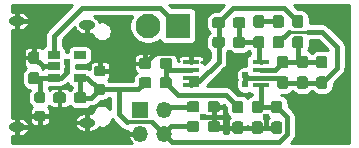
<source format=gbl>
G04 #@! TF.GenerationSoftware,KiCad,Pcbnew,(5.1.0-47-g8a7e501fe)*
G04 #@! TF.CreationDate,2019-04-01T01:15:26-05:00*
G04 #@! TF.ProjectId,usb_c_wien_bridge,7573625f-635f-4776-9965-6e5f62726964,0.1a*
G04 #@! TF.SameCoordinates,Original*
G04 #@! TF.FileFunction,Copper,L2,Bot*
G04 #@! TF.FilePolarity,Positive*
%FSLAX46Y46*%
G04 Gerber Fmt 4.6, Leading zero omitted, Abs format (unit mm)*
G04 Created by KiCad (PCBNEW (5.1.0-47-g8a7e501fe)) date 2019-04-01 01:15:26*
%MOMM*%
%LPD*%
G04 APERTURE LIST*
%ADD10C,0.100000*%
%ADD11C,0.950000*%
%ADD12C,0.875000*%
%ADD13C,2.100000*%
%ADD14R,2.100000X2.100000*%
%ADD15R,1.450000X0.450000*%
%ADD16R,1.060000X0.650000*%
%ADD17O,1.350000X1.350000*%
%ADD18R,1.350000X1.350000*%
%ADD19O,1.400000X0.800000*%
%ADD20C,0.609600*%
%ADD21C,0.457200*%
%ADD22C,0.304800*%
%ADD23C,0.254000*%
G04 APERTURE END LIST*
D10*
G36*
X149231779Y-99919144D02*
G01*
X149254834Y-99922563D01*
X149277443Y-99928227D01*
X149299387Y-99936079D01*
X149320457Y-99946044D01*
X149340448Y-99958026D01*
X149359168Y-99971910D01*
X149376438Y-99987562D01*
X149392090Y-100004832D01*
X149405974Y-100023552D01*
X149417956Y-100043543D01*
X149427921Y-100064613D01*
X149435773Y-100086557D01*
X149441437Y-100109166D01*
X149444856Y-100132221D01*
X149446000Y-100155500D01*
X149446000Y-100730500D01*
X149444856Y-100753779D01*
X149441437Y-100776834D01*
X149435773Y-100799443D01*
X149427921Y-100821387D01*
X149417956Y-100842457D01*
X149405974Y-100862448D01*
X149392090Y-100881168D01*
X149376438Y-100898438D01*
X149359168Y-100914090D01*
X149340448Y-100927974D01*
X149320457Y-100939956D01*
X149299387Y-100949921D01*
X149277443Y-100957773D01*
X149254834Y-100963437D01*
X149231779Y-100966856D01*
X149208500Y-100968000D01*
X148733500Y-100968000D01*
X148710221Y-100966856D01*
X148687166Y-100963437D01*
X148664557Y-100957773D01*
X148642613Y-100949921D01*
X148621543Y-100939956D01*
X148601552Y-100927974D01*
X148582832Y-100914090D01*
X148565562Y-100898438D01*
X148549910Y-100881168D01*
X148536026Y-100862448D01*
X148524044Y-100842457D01*
X148514079Y-100821387D01*
X148506227Y-100799443D01*
X148500563Y-100776834D01*
X148497144Y-100753779D01*
X148496000Y-100730500D01*
X148496000Y-100155500D01*
X148497144Y-100132221D01*
X148500563Y-100109166D01*
X148506227Y-100086557D01*
X148514079Y-100064613D01*
X148524044Y-100043543D01*
X148536026Y-100023552D01*
X148549910Y-100004832D01*
X148565562Y-99987562D01*
X148582832Y-99971910D01*
X148601552Y-99958026D01*
X148621543Y-99946044D01*
X148642613Y-99936079D01*
X148664557Y-99928227D01*
X148687166Y-99922563D01*
X148710221Y-99919144D01*
X148733500Y-99918000D01*
X149208500Y-99918000D01*
X149231779Y-99919144D01*
X149231779Y-99919144D01*
G37*
D11*
X148971000Y-100443000D03*
D10*
G36*
X149231779Y-98169144D02*
G01*
X149254834Y-98172563D01*
X149277443Y-98178227D01*
X149299387Y-98186079D01*
X149320457Y-98196044D01*
X149340448Y-98208026D01*
X149359168Y-98221910D01*
X149376438Y-98237562D01*
X149392090Y-98254832D01*
X149405974Y-98273552D01*
X149417956Y-98293543D01*
X149427921Y-98314613D01*
X149435773Y-98336557D01*
X149441437Y-98359166D01*
X149444856Y-98382221D01*
X149446000Y-98405500D01*
X149446000Y-98980500D01*
X149444856Y-99003779D01*
X149441437Y-99026834D01*
X149435773Y-99049443D01*
X149427921Y-99071387D01*
X149417956Y-99092457D01*
X149405974Y-99112448D01*
X149392090Y-99131168D01*
X149376438Y-99148438D01*
X149359168Y-99164090D01*
X149340448Y-99177974D01*
X149320457Y-99189956D01*
X149299387Y-99199921D01*
X149277443Y-99207773D01*
X149254834Y-99213437D01*
X149231779Y-99216856D01*
X149208500Y-99218000D01*
X148733500Y-99218000D01*
X148710221Y-99216856D01*
X148687166Y-99213437D01*
X148664557Y-99207773D01*
X148642613Y-99199921D01*
X148621543Y-99189956D01*
X148601552Y-99177974D01*
X148582832Y-99164090D01*
X148565562Y-99148438D01*
X148549910Y-99131168D01*
X148536026Y-99112448D01*
X148524044Y-99092457D01*
X148514079Y-99071387D01*
X148506227Y-99049443D01*
X148500563Y-99026834D01*
X148497144Y-99003779D01*
X148496000Y-98980500D01*
X148496000Y-98405500D01*
X148497144Y-98382221D01*
X148500563Y-98359166D01*
X148506227Y-98336557D01*
X148514079Y-98314613D01*
X148524044Y-98293543D01*
X148536026Y-98273552D01*
X148549910Y-98254832D01*
X148565562Y-98237562D01*
X148582832Y-98221910D01*
X148601552Y-98208026D01*
X148621543Y-98196044D01*
X148642613Y-98186079D01*
X148664557Y-98178227D01*
X148687166Y-98172563D01*
X148710221Y-98169144D01*
X148733500Y-98168000D01*
X149208500Y-98168000D01*
X149231779Y-98169144D01*
X149231779Y-98169144D01*
G37*
D11*
X148971000Y-98693000D03*
D10*
G36*
X128657779Y-93992144D02*
G01*
X128680834Y-93995563D01*
X128703443Y-94001227D01*
X128725387Y-94009079D01*
X128746457Y-94019044D01*
X128766448Y-94031026D01*
X128785168Y-94044910D01*
X128802438Y-94060562D01*
X128818090Y-94077832D01*
X128831974Y-94096552D01*
X128843956Y-94116543D01*
X128853921Y-94137613D01*
X128861773Y-94159557D01*
X128867437Y-94182166D01*
X128870856Y-94205221D01*
X128872000Y-94228500D01*
X128872000Y-94803500D01*
X128870856Y-94826779D01*
X128867437Y-94849834D01*
X128861773Y-94872443D01*
X128853921Y-94894387D01*
X128843956Y-94915457D01*
X128831974Y-94935448D01*
X128818090Y-94954168D01*
X128802438Y-94971438D01*
X128785168Y-94987090D01*
X128766448Y-95000974D01*
X128746457Y-95012956D01*
X128725387Y-95022921D01*
X128703443Y-95030773D01*
X128680834Y-95036437D01*
X128657779Y-95039856D01*
X128634500Y-95041000D01*
X128159500Y-95041000D01*
X128136221Y-95039856D01*
X128113166Y-95036437D01*
X128090557Y-95030773D01*
X128068613Y-95022921D01*
X128047543Y-95012956D01*
X128027552Y-95000974D01*
X128008832Y-94987090D01*
X127991562Y-94971438D01*
X127975910Y-94954168D01*
X127962026Y-94935448D01*
X127950044Y-94915457D01*
X127940079Y-94894387D01*
X127932227Y-94872443D01*
X127926563Y-94849834D01*
X127923144Y-94826779D01*
X127922000Y-94803500D01*
X127922000Y-94228500D01*
X127923144Y-94205221D01*
X127926563Y-94182166D01*
X127932227Y-94159557D01*
X127940079Y-94137613D01*
X127950044Y-94116543D01*
X127962026Y-94096552D01*
X127975910Y-94077832D01*
X127991562Y-94060562D01*
X128008832Y-94044910D01*
X128027552Y-94031026D01*
X128047543Y-94019044D01*
X128068613Y-94009079D01*
X128090557Y-94001227D01*
X128113166Y-93995563D01*
X128136221Y-93992144D01*
X128159500Y-93991000D01*
X128634500Y-93991000D01*
X128657779Y-93992144D01*
X128657779Y-93992144D01*
G37*
D11*
X128397000Y-94516000D03*
D10*
G36*
X128657779Y-95742144D02*
G01*
X128680834Y-95745563D01*
X128703443Y-95751227D01*
X128725387Y-95759079D01*
X128746457Y-95769044D01*
X128766448Y-95781026D01*
X128785168Y-95794910D01*
X128802438Y-95810562D01*
X128818090Y-95827832D01*
X128831974Y-95846552D01*
X128843956Y-95866543D01*
X128853921Y-95887613D01*
X128861773Y-95909557D01*
X128867437Y-95932166D01*
X128870856Y-95955221D01*
X128872000Y-95978500D01*
X128872000Y-96553500D01*
X128870856Y-96576779D01*
X128867437Y-96599834D01*
X128861773Y-96622443D01*
X128853921Y-96644387D01*
X128843956Y-96665457D01*
X128831974Y-96685448D01*
X128818090Y-96704168D01*
X128802438Y-96721438D01*
X128785168Y-96737090D01*
X128766448Y-96750974D01*
X128746457Y-96762956D01*
X128725387Y-96772921D01*
X128703443Y-96780773D01*
X128680834Y-96786437D01*
X128657779Y-96789856D01*
X128634500Y-96791000D01*
X128159500Y-96791000D01*
X128136221Y-96789856D01*
X128113166Y-96786437D01*
X128090557Y-96780773D01*
X128068613Y-96772921D01*
X128047543Y-96762956D01*
X128027552Y-96750974D01*
X128008832Y-96737090D01*
X127991562Y-96721438D01*
X127975910Y-96704168D01*
X127962026Y-96685448D01*
X127950044Y-96665457D01*
X127940079Y-96644387D01*
X127932227Y-96622443D01*
X127926563Y-96599834D01*
X127923144Y-96576779D01*
X127922000Y-96553500D01*
X127922000Y-95978500D01*
X127923144Y-95955221D01*
X127926563Y-95932166D01*
X127932227Y-95909557D01*
X127940079Y-95887613D01*
X127950044Y-95866543D01*
X127962026Y-95846552D01*
X127975910Y-95827832D01*
X127991562Y-95810562D01*
X128008832Y-95794910D01*
X128027552Y-95781026D01*
X128047543Y-95769044D01*
X128068613Y-95759079D01*
X128090557Y-95751227D01*
X128113166Y-95745563D01*
X128136221Y-95742144D01*
X128159500Y-95741000D01*
X128634500Y-95741000D01*
X128657779Y-95742144D01*
X128657779Y-95742144D01*
G37*
D11*
X128397000Y-96266000D03*
D10*
G36*
X147580779Y-99919144D02*
G01*
X147603834Y-99922563D01*
X147626443Y-99928227D01*
X147648387Y-99936079D01*
X147669457Y-99946044D01*
X147689448Y-99958026D01*
X147708168Y-99971910D01*
X147725438Y-99987562D01*
X147741090Y-100004832D01*
X147754974Y-100023552D01*
X147766956Y-100043543D01*
X147776921Y-100064613D01*
X147784773Y-100086557D01*
X147790437Y-100109166D01*
X147793856Y-100132221D01*
X147795000Y-100155500D01*
X147795000Y-100730500D01*
X147793856Y-100753779D01*
X147790437Y-100776834D01*
X147784773Y-100799443D01*
X147776921Y-100821387D01*
X147766956Y-100842457D01*
X147754974Y-100862448D01*
X147741090Y-100881168D01*
X147725438Y-100898438D01*
X147708168Y-100914090D01*
X147689448Y-100927974D01*
X147669457Y-100939956D01*
X147648387Y-100949921D01*
X147626443Y-100957773D01*
X147603834Y-100963437D01*
X147580779Y-100966856D01*
X147557500Y-100968000D01*
X147082500Y-100968000D01*
X147059221Y-100966856D01*
X147036166Y-100963437D01*
X147013557Y-100957773D01*
X146991613Y-100949921D01*
X146970543Y-100939956D01*
X146950552Y-100927974D01*
X146931832Y-100914090D01*
X146914562Y-100898438D01*
X146898910Y-100881168D01*
X146885026Y-100862448D01*
X146873044Y-100842457D01*
X146863079Y-100821387D01*
X146855227Y-100799443D01*
X146849563Y-100776834D01*
X146846144Y-100753779D01*
X146845000Y-100730500D01*
X146845000Y-100155500D01*
X146846144Y-100132221D01*
X146849563Y-100109166D01*
X146855227Y-100086557D01*
X146863079Y-100064613D01*
X146873044Y-100043543D01*
X146885026Y-100023552D01*
X146898910Y-100004832D01*
X146914562Y-99987562D01*
X146931832Y-99971910D01*
X146950552Y-99958026D01*
X146970543Y-99946044D01*
X146991613Y-99936079D01*
X147013557Y-99928227D01*
X147036166Y-99922563D01*
X147059221Y-99919144D01*
X147082500Y-99918000D01*
X147557500Y-99918000D01*
X147580779Y-99919144D01*
X147580779Y-99919144D01*
G37*
D11*
X147320000Y-100443000D03*
D10*
G36*
X147580779Y-98169144D02*
G01*
X147603834Y-98172563D01*
X147626443Y-98178227D01*
X147648387Y-98186079D01*
X147669457Y-98196044D01*
X147689448Y-98208026D01*
X147708168Y-98221910D01*
X147725438Y-98237562D01*
X147741090Y-98254832D01*
X147754974Y-98273552D01*
X147766956Y-98293543D01*
X147776921Y-98314613D01*
X147784773Y-98336557D01*
X147790437Y-98359166D01*
X147793856Y-98382221D01*
X147795000Y-98405500D01*
X147795000Y-98980500D01*
X147793856Y-99003779D01*
X147790437Y-99026834D01*
X147784773Y-99049443D01*
X147776921Y-99071387D01*
X147766956Y-99092457D01*
X147754974Y-99112448D01*
X147741090Y-99131168D01*
X147725438Y-99148438D01*
X147708168Y-99164090D01*
X147689448Y-99177974D01*
X147669457Y-99189956D01*
X147648387Y-99199921D01*
X147626443Y-99207773D01*
X147603834Y-99213437D01*
X147580779Y-99216856D01*
X147557500Y-99218000D01*
X147082500Y-99218000D01*
X147059221Y-99216856D01*
X147036166Y-99213437D01*
X147013557Y-99207773D01*
X146991613Y-99199921D01*
X146970543Y-99189956D01*
X146950552Y-99177974D01*
X146931832Y-99164090D01*
X146914562Y-99148438D01*
X146898910Y-99131168D01*
X146885026Y-99112448D01*
X146873044Y-99092457D01*
X146863079Y-99071387D01*
X146855227Y-99049443D01*
X146849563Y-99026834D01*
X146846144Y-99003779D01*
X146845000Y-98980500D01*
X146845000Y-98405500D01*
X146846144Y-98382221D01*
X146849563Y-98359166D01*
X146855227Y-98336557D01*
X146863079Y-98314613D01*
X146873044Y-98293543D01*
X146885026Y-98273552D01*
X146898910Y-98254832D01*
X146914562Y-98237562D01*
X146931832Y-98221910D01*
X146950552Y-98208026D01*
X146970543Y-98196044D01*
X146991613Y-98186079D01*
X147013557Y-98178227D01*
X147036166Y-98172563D01*
X147059221Y-98169144D01*
X147082500Y-98168000D01*
X147557500Y-98168000D01*
X147580779Y-98169144D01*
X147580779Y-98169144D01*
G37*
D11*
X147320000Y-98693000D03*
D10*
G36*
X129182691Y-99030053D02*
G01*
X129203926Y-99033203D01*
X129224750Y-99038419D01*
X129244962Y-99045651D01*
X129264368Y-99054830D01*
X129282781Y-99065866D01*
X129300024Y-99078654D01*
X129315930Y-99093070D01*
X129330346Y-99108976D01*
X129343134Y-99126219D01*
X129354170Y-99144632D01*
X129363349Y-99164038D01*
X129370581Y-99184250D01*
X129375797Y-99205074D01*
X129378947Y-99226309D01*
X129380000Y-99247750D01*
X129380000Y-99685250D01*
X129378947Y-99706691D01*
X129375797Y-99727926D01*
X129370581Y-99748750D01*
X129363349Y-99768962D01*
X129354170Y-99788368D01*
X129343134Y-99806781D01*
X129330346Y-99824024D01*
X129315930Y-99839930D01*
X129300024Y-99854346D01*
X129282781Y-99867134D01*
X129264368Y-99878170D01*
X129244962Y-99887349D01*
X129224750Y-99894581D01*
X129203926Y-99899797D01*
X129182691Y-99902947D01*
X129161250Y-99904000D01*
X128648750Y-99904000D01*
X128627309Y-99902947D01*
X128606074Y-99899797D01*
X128585250Y-99894581D01*
X128565038Y-99887349D01*
X128545632Y-99878170D01*
X128527219Y-99867134D01*
X128509976Y-99854346D01*
X128494070Y-99839930D01*
X128479654Y-99824024D01*
X128466866Y-99806781D01*
X128455830Y-99788368D01*
X128446651Y-99768962D01*
X128439419Y-99748750D01*
X128434203Y-99727926D01*
X128431053Y-99706691D01*
X128430000Y-99685250D01*
X128430000Y-99247750D01*
X128431053Y-99226309D01*
X128434203Y-99205074D01*
X128439419Y-99184250D01*
X128446651Y-99164038D01*
X128455830Y-99144632D01*
X128466866Y-99126219D01*
X128479654Y-99108976D01*
X128494070Y-99093070D01*
X128509976Y-99078654D01*
X128527219Y-99065866D01*
X128545632Y-99054830D01*
X128565038Y-99045651D01*
X128585250Y-99038419D01*
X128606074Y-99033203D01*
X128627309Y-99030053D01*
X128648750Y-99029000D01*
X129161250Y-99029000D01*
X129182691Y-99030053D01*
X129182691Y-99030053D01*
G37*
D12*
X128905000Y-99466500D03*
D10*
G36*
X129182691Y-97455053D02*
G01*
X129203926Y-97458203D01*
X129224750Y-97463419D01*
X129244962Y-97470651D01*
X129264368Y-97479830D01*
X129282781Y-97490866D01*
X129300024Y-97503654D01*
X129315930Y-97518070D01*
X129330346Y-97533976D01*
X129343134Y-97551219D01*
X129354170Y-97569632D01*
X129363349Y-97589038D01*
X129370581Y-97609250D01*
X129375797Y-97630074D01*
X129378947Y-97651309D01*
X129380000Y-97672750D01*
X129380000Y-98110250D01*
X129378947Y-98131691D01*
X129375797Y-98152926D01*
X129370581Y-98173750D01*
X129363349Y-98193962D01*
X129354170Y-98213368D01*
X129343134Y-98231781D01*
X129330346Y-98249024D01*
X129315930Y-98264930D01*
X129300024Y-98279346D01*
X129282781Y-98292134D01*
X129264368Y-98303170D01*
X129244962Y-98312349D01*
X129224750Y-98319581D01*
X129203926Y-98324797D01*
X129182691Y-98327947D01*
X129161250Y-98329000D01*
X128648750Y-98329000D01*
X128627309Y-98327947D01*
X128606074Y-98324797D01*
X128585250Y-98319581D01*
X128565038Y-98312349D01*
X128545632Y-98303170D01*
X128527219Y-98292134D01*
X128509976Y-98279346D01*
X128494070Y-98264930D01*
X128479654Y-98249024D01*
X128466866Y-98231781D01*
X128455830Y-98213368D01*
X128446651Y-98193962D01*
X128439419Y-98173750D01*
X128434203Y-98152926D01*
X128431053Y-98131691D01*
X128430000Y-98110250D01*
X128430000Y-97672750D01*
X128431053Y-97651309D01*
X128434203Y-97630074D01*
X128439419Y-97609250D01*
X128446651Y-97589038D01*
X128455830Y-97569632D01*
X128466866Y-97551219D01*
X128479654Y-97533976D01*
X128494070Y-97518070D01*
X128509976Y-97503654D01*
X128527219Y-97490866D01*
X128545632Y-97479830D01*
X128565038Y-97470651D01*
X128585250Y-97463419D01*
X128606074Y-97458203D01*
X128627309Y-97455053D01*
X128648750Y-97454000D01*
X129161250Y-97454000D01*
X129182691Y-97455053D01*
X129182691Y-97455053D01*
G37*
D12*
X128905000Y-97891500D03*
D10*
G36*
X145929779Y-99919144D02*
G01*
X145952834Y-99922563D01*
X145975443Y-99928227D01*
X145997387Y-99936079D01*
X146018457Y-99946044D01*
X146038448Y-99958026D01*
X146057168Y-99971910D01*
X146074438Y-99987562D01*
X146090090Y-100004832D01*
X146103974Y-100023552D01*
X146115956Y-100043543D01*
X146125921Y-100064613D01*
X146133773Y-100086557D01*
X146139437Y-100109166D01*
X146142856Y-100132221D01*
X146144000Y-100155500D01*
X146144000Y-100730500D01*
X146142856Y-100753779D01*
X146139437Y-100776834D01*
X146133773Y-100799443D01*
X146125921Y-100821387D01*
X146115956Y-100842457D01*
X146103974Y-100862448D01*
X146090090Y-100881168D01*
X146074438Y-100898438D01*
X146057168Y-100914090D01*
X146038448Y-100927974D01*
X146018457Y-100939956D01*
X145997387Y-100949921D01*
X145975443Y-100957773D01*
X145952834Y-100963437D01*
X145929779Y-100966856D01*
X145906500Y-100968000D01*
X145431500Y-100968000D01*
X145408221Y-100966856D01*
X145385166Y-100963437D01*
X145362557Y-100957773D01*
X145340613Y-100949921D01*
X145319543Y-100939956D01*
X145299552Y-100927974D01*
X145280832Y-100914090D01*
X145263562Y-100898438D01*
X145247910Y-100881168D01*
X145234026Y-100862448D01*
X145222044Y-100842457D01*
X145212079Y-100821387D01*
X145204227Y-100799443D01*
X145198563Y-100776834D01*
X145195144Y-100753779D01*
X145194000Y-100730500D01*
X145194000Y-100155500D01*
X145195144Y-100132221D01*
X145198563Y-100109166D01*
X145204227Y-100086557D01*
X145212079Y-100064613D01*
X145222044Y-100043543D01*
X145234026Y-100023552D01*
X145247910Y-100004832D01*
X145263562Y-99987562D01*
X145280832Y-99971910D01*
X145299552Y-99958026D01*
X145319543Y-99946044D01*
X145340613Y-99936079D01*
X145362557Y-99928227D01*
X145385166Y-99922563D01*
X145408221Y-99919144D01*
X145431500Y-99918000D01*
X145906500Y-99918000D01*
X145929779Y-99919144D01*
X145929779Y-99919144D01*
G37*
D11*
X145669000Y-100443000D03*
D10*
G36*
X145929779Y-98169144D02*
G01*
X145952834Y-98172563D01*
X145975443Y-98178227D01*
X145997387Y-98186079D01*
X146018457Y-98196044D01*
X146038448Y-98208026D01*
X146057168Y-98221910D01*
X146074438Y-98237562D01*
X146090090Y-98254832D01*
X146103974Y-98273552D01*
X146115956Y-98293543D01*
X146125921Y-98314613D01*
X146133773Y-98336557D01*
X146139437Y-98359166D01*
X146142856Y-98382221D01*
X146144000Y-98405500D01*
X146144000Y-98980500D01*
X146142856Y-99003779D01*
X146139437Y-99026834D01*
X146133773Y-99049443D01*
X146125921Y-99071387D01*
X146115956Y-99092457D01*
X146103974Y-99112448D01*
X146090090Y-99131168D01*
X146074438Y-99148438D01*
X146057168Y-99164090D01*
X146038448Y-99177974D01*
X146018457Y-99189956D01*
X145997387Y-99199921D01*
X145975443Y-99207773D01*
X145952834Y-99213437D01*
X145929779Y-99216856D01*
X145906500Y-99218000D01*
X145431500Y-99218000D01*
X145408221Y-99216856D01*
X145385166Y-99213437D01*
X145362557Y-99207773D01*
X145340613Y-99199921D01*
X145319543Y-99189956D01*
X145299552Y-99177974D01*
X145280832Y-99164090D01*
X145263562Y-99148438D01*
X145247910Y-99131168D01*
X145234026Y-99112448D01*
X145222044Y-99092457D01*
X145212079Y-99071387D01*
X145204227Y-99049443D01*
X145198563Y-99026834D01*
X145195144Y-99003779D01*
X145194000Y-98980500D01*
X145194000Y-98405500D01*
X145195144Y-98382221D01*
X145198563Y-98359166D01*
X145204227Y-98336557D01*
X145212079Y-98314613D01*
X145222044Y-98293543D01*
X145234026Y-98273552D01*
X145247910Y-98254832D01*
X145263562Y-98237562D01*
X145280832Y-98221910D01*
X145299552Y-98208026D01*
X145319543Y-98196044D01*
X145340613Y-98186079D01*
X145362557Y-98178227D01*
X145385166Y-98172563D01*
X145408221Y-98169144D01*
X145431500Y-98168000D01*
X145906500Y-98168000D01*
X145929779Y-98169144D01*
X145929779Y-98169144D01*
G37*
D11*
X145669000Y-98693000D03*
D10*
G36*
X130880779Y-97443144D02*
G01*
X130903834Y-97446563D01*
X130926443Y-97452227D01*
X130948387Y-97460079D01*
X130969457Y-97470044D01*
X130989448Y-97482026D01*
X131008168Y-97495910D01*
X131025438Y-97511562D01*
X131041090Y-97528832D01*
X131054974Y-97547552D01*
X131066956Y-97567543D01*
X131076921Y-97588613D01*
X131084773Y-97610557D01*
X131090437Y-97633166D01*
X131093856Y-97656221D01*
X131095000Y-97679500D01*
X131095000Y-98154500D01*
X131093856Y-98177779D01*
X131090437Y-98200834D01*
X131084773Y-98223443D01*
X131076921Y-98245387D01*
X131066956Y-98266457D01*
X131054974Y-98286448D01*
X131041090Y-98305168D01*
X131025438Y-98322438D01*
X131008168Y-98338090D01*
X130989448Y-98351974D01*
X130969457Y-98363956D01*
X130948387Y-98373921D01*
X130926443Y-98381773D01*
X130903834Y-98387437D01*
X130880779Y-98390856D01*
X130857500Y-98392000D01*
X130282500Y-98392000D01*
X130259221Y-98390856D01*
X130236166Y-98387437D01*
X130213557Y-98381773D01*
X130191613Y-98373921D01*
X130170543Y-98363956D01*
X130150552Y-98351974D01*
X130131832Y-98338090D01*
X130114562Y-98322438D01*
X130098910Y-98305168D01*
X130085026Y-98286448D01*
X130073044Y-98266457D01*
X130063079Y-98245387D01*
X130055227Y-98223443D01*
X130049563Y-98200834D01*
X130046144Y-98177779D01*
X130045000Y-98154500D01*
X130045000Y-97679500D01*
X130046144Y-97656221D01*
X130049563Y-97633166D01*
X130055227Y-97610557D01*
X130063079Y-97588613D01*
X130073044Y-97567543D01*
X130085026Y-97547552D01*
X130098910Y-97528832D01*
X130114562Y-97511562D01*
X130131832Y-97495910D01*
X130150552Y-97482026D01*
X130170543Y-97470044D01*
X130191613Y-97460079D01*
X130213557Y-97452227D01*
X130236166Y-97446563D01*
X130259221Y-97443144D01*
X130282500Y-97442000D01*
X130857500Y-97442000D01*
X130880779Y-97443144D01*
X130880779Y-97443144D01*
G37*
D11*
X130570000Y-97917000D03*
D10*
G36*
X132630779Y-97443144D02*
G01*
X132653834Y-97446563D01*
X132676443Y-97452227D01*
X132698387Y-97460079D01*
X132719457Y-97470044D01*
X132739448Y-97482026D01*
X132758168Y-97495910D01*
X132775438Y-97511562D01*
X132791090Y-97528832D01*
X132804974Y-97547552D01*
X132816956Y-97567543D01*
X132826921Y-97588613D01*
X132834773Y-97610557D01*
X132840437Y-97633166D01*
X132843856Y-97656221D01*
X132845000Y-97679500D01*
X132845000Y-98154500D01*
X132843856Y-98177779D01*
X132840437Y-98200834D01*
X132834773Y-98223443D01*
X132826921Y-98245387D01*
X132816956Y-98266457D01*
X132804974Y-98286448D01*
X132791090Y-98305168D01*
X132775438Y-98322438D01*
X132758168Y-98338090D01*
X132739448Y-98351974D01*
X132719457Y-98363956D01*
X132698387Y-98373921D01*
X132676443Y-98381773D01*
X132653834Y-98387437D01*
X132630779Y-98390856D01*
X132607500Y-98392000D01*
X132032500Y-98392000D01*
X132009221Y-98390856D01*
X131986166Y-98387437D01*
X131963557Y-98381773D01*
X131941613Y-98373921D01*
X131920543Y-98363956D01*
X131900552Y-98351974D01*
X131881832Y-98338090D01*
X131864562Y-98322438D01*
X131848910Y-98305168D01*
X131835026Y-98286448D01*
X131823044Y-98266457D01*
X131813079Y-98245387D01*
X131805227Y-98223443D01*
X131799563Y-98200834D01*
X131796144Y-98177779D01*
X131795000Y-98154500D01*
X131795000Y-97679500D01*
X131796144Y-97656221D01*
X131799563Y-97633166D01*
X131805227Y-97610557D01*
X131813079Y-97588613D01*
X131823044Y-97567543D01*
X131835026Y-97547552D01*
X131848910Y-97528832D01*
X131864562Y-97511562D01*
X131881832Y-97495910D01*
X131900552Y-97482026D01*
X131920543Y-97470044D01*
X131941613Y-97460079D01*
X131963557Y-97452227D01*
X131986166Y-97446563D01*
X132009221Y-97443144D01*
X132032500Y-97442000D01*
X132607500Y-97442000D01*
X132630779Y-97443144D01*
X132630779Y-97443144D01*
G37*
D11*
X132320000Y-97917000D03*
D10*
G36*
X134262691Y-95194553D02*
G01*
X134283926Y-95197703D01*
X134304750Y-95202919D01*
X134324962Y-95210151D01*
X134344368Y-95219330D01*
X134362781Y-95230366D01*
X134380024Y-95243154D01*
X134395930Y-95257570D01*
X134410346Y-95273476D01*
X134423134Y-95290719D01*
X134434170Y-95309132D01*
X134443349Y-95328538D01*
X134450581Y-95348750D01*
X134455797Y-95369574D01*
X134458947Y-95390809D01*
X134460000Y-95412250D01*
X134460000Y-95849750D01*
X134458947Y-95871191D01*
X134455797Y-95892426D01*
X134450581Y-95913250D01*
X134443349Y-95933462D01*
X134434170Y-95952868D01*
X134423134Y-95971281D01*
X134410346Y-95988524D01*
X134395930Y-96004430D01*
X134380024Y-96018846D01*
X134362781Y-96031634D01*
X134344368Y-96042670D01*
X134324962Y-96051849D01*
X134304750Y-96059081D01*
X134283926Y-96064297D01*
X134262691Y-96067447D01*
X134241250Y-96068500D01*
X133728750Y-96068500D01*
X133707309Y-96067447D01*
X133686074Y-96064297D01*
X133665250Y-96059081D01*
X133645038Y-96051849D01*
X133625632Y-96042670D01*
X133607219Y-96031634D01*
X133589976Y-96018846D01*
X133574070Y-96004430D01*
X133559654Y-95988524D01*
X133546866Y-95971281D01*
X133535830Y-95952868D01*
X133526651Y-95933462D01*
X133519419Y-95913250D01*
X133514203Y-95892426D01*
X133511053Y-95871191D01*
X133510000Y-95849750D01*
X133510000Y-95412250D01*
X133511053Y-95390809D01*
X133514203Y-95369574D01*
X133519419Y-95348750D01*
X133526651Y-95328538D01*
X133535830Y-95309132D01*
X133546866Y-95290719D01*
X133559654Y-95273476D01*
X133574070Y-95257570D01*
X133589976Y-95243154D01*
X133607219Y-95230366D01*
X133625632Y-95219330D01*
X133645038Y-95210151D01*
X133665250Y-95202919D01*
X133686074Y-95197703D01*
X133707309Y-95194553D01*
X133728750Y-95193500D01*
X134241250Y-95193500D01*
X134262691Y-95194553D01*
X134262691Y-95194553D01*
G37*
D12*
X133985000Y-95631000D03*
D10*
G36*
X134262691Y-96769553D02*
G01*
X134283926Y-96772703D01*
X134304750Y-96777919D01*
X134324962Y-96785151D01*
X134344368Y-96794330D01*
X134362781Y-96805366D01*
X134380024Y-96818154D01*
X134395930Y-96832570D01*
X134410346Y-96848476D01*
X134423134Y-96865719D01*
X134434170Y-96884132D01*
X134443349Y-96903538D01*
X134450581Y-96923750D01*
X134455797Y-96944574D01*
X134458947Y-96965809D01*
X134460000Y-96987250D01*
X134460000Y-97424750D01*
X134458947Y-97446191D01*
X134455797Y-97467426D01*
X134450581Y-97488250D01*
X134443349Y-97508462D01*
X134434170Y-97527868D01*
X134423134Y-97546281D01*
X134410346Y-97563524D01*
X134395930Y-97579430D01*
X134380024Y-97593846D01*
X134362781Y-97606634D01*
X134344368Y-97617670D01*
X134324962Y-97626849D01*
X134304750Y-97634081D01*
X134283926Y-97639297D01*
X134262691Y-97642447D01*
X134241250Y-97643500D01*
X133728750Y-97643500D01*
X133707309Y-97642447D01*
X133686074Y-97639297D01*
X133665250Y-97634081D01*
X133645038Y-97626849D01*
X133625632Y-97617670D01*
X133607219Y-97606634D01*
X133589976Y-97593846D01*
X133574070Y-97579430D01*
X133559654Y-97563524D01*
X133546866Y-97546281D01*
X133535830Y-97527868D01*
X133526651Y-97508462D01*
X133519419Y-97488250D01*
X133514203Y-97467426D01*
X133511053Y-97446191D01*
X133510000Y-97424750D01*
X133510000Y-96987250D01*
X133511053Y-96965809D01*
X133514203Y-96944574D01*
X133519419Y-96923750D01*
X133526651Y-96903538D01*
X133535830Y-96884132D01*
X133546866Y-96865719D01*
X133559654Y-96848476D01*
X133574070Y-96832570D01*
X133589976Y-96818154D01*
X133607219Y-96805366D01*
X133625632Y-96794330D01*
X133645038Y-96785151D01*
X133665250Y-96777919D01*
X133686074Y-96772703D01*
X133707309Y-96769553D01*
X133728750Y-96768500D01*
X134241250Y-96768500D01*
X134262691Y-96769553D01*
X134262691Y-96769553D01*
G37*
D12*
X133985000Y-97206000D03*
D10*
G36*
X147707779Y-92680144D02*
G01*
X147730834Y-92683563D01*
X147753443Y-92689227D01*
X147775387Y-92697079D01*
X147796457Y-92707044D01*
X147816448Y-92719026D01*
X147835168Y-92732910D01*
X147852438Y-92748562D01*
X147868090Y-92765832D01*
X147881974Y-92784552D01*
X147893956Y-92804543D01*
X147903921Y-92825613D01*
X147911773Y-92847557D01*
X147917437Y-92870166D01*
X147920856Y-92893221D01*
X147922000Y-92916500D01*
X147922000Y-93491500D01*
X147920856Y-93514779D01*
X147917437Y-93537834D01*
X147911773Y-93560443D01*
X147903921Y-93582387D01*
X147893956Y-93603457D01*
X147881974Y-93623448D01*
X147868090Y-93642168D01*
X147852438Y-93659438D01*
X147835168Y-93675090D01*
X147816448Y-93688974D01*
X147796457Y-93700956D01*
X147775387Y-93710921D01*
X147753443Y-93718773D01*
X147730834Y-93724437D01*
X147707779Y-93727856D01*
X147684500Y-93729000D01*
X147209500Y-93729000D01*
X147186221Y-93727856D01*
X147163166Y-93724437D01*
X147140557Y-93718773D01*
X147118613Y-93710921D01*
X147097543Y-93700956D01*
X147077552Y-93688974D01*
X147058832Y-93675090D01*
X147041562Y-93659438D01*
X147025910Y-93642168D01*
X147012026Y-93623448D01*
X147000044Y-93603457D01*
X146990079Y-93582387D01*
X146982227Y-93560443D01*
X146976563Y-93537834D01*
X146973144Y-93514779D01*
X146972000Y-93491500D01*
X146972000Y-92916500D01*
X146973144Y-92893221D01*
X146976563Y-92870166D01*
X146982227Y-92847557D01*
X146990079Y-92825613D01*
X147000044Y-92804543D01*
X147012026Y-92784552D01*
X147025910Y-92765832D01*
X147041562Y-92748562D01*
X147058832Y-92732910D01*
X147077552Y-92719026D01*
X147097543Y-92707044D01*
X147118613Y-92697079D01*
X147140557Y-92689227D01*
X147163166Y-92683563D01*
X147186221Y-92680144D01*
X147209500Y-92679000D01*
X147684500Y-92679000D01*
X147707779Y-92680144D01*
X147707779Y-92680144D01*
G37*
D11*
X147447000Y-93204000D03*
D10*
G36*
X147707779Y-90930144D02*
G01*
X147730834Y-90933563D01*
X147753443Y-90939227D01*
X147775387Y-90947079D01*
X147796457Y-90957044D01*
X147816448Y-90969026D01*
X147835168Y-90982910D01*
X147852438Y-90998562D01*
X147868090Y-91015832D01*
X147881974Y-91034552D01*
X147893956Y-91054543D01*
X147903921Y-91075613D01*
X147911773Y-91097557D01*
X147917437Y-91120166D01*
X147920856Y-91143221D01*
X147922000Y-91166500D01*
X147922000Y-91741500D01*
X147920856Y-91764779D01*
X147917437Y-91787834D01*
X147911773Y-91810443D01*
X147903921Y-91832387D01*
X147893956Y-91853457D01*
X147881974Y-91873448D01*
X147868090Y-91892168D01*
X147852438Y-91909438D01*
X147835168Y-91925090D01*
X147816448Y-91938974D01*
X147796457Y-91950956D01*
X147775387Y-91960921D01*
X147753443Y-91968773D01*
X147730834Y-91974437D01*
X147707779Y-91977856D01*
X147684500Y-91979000D01*
X147209500Y-91979000D01*
X147186221Y-91977856D01*
X147163166Y-91974437D01*
X147140557Y-91968773D01*
X147118613Y-91960921D01*
X147097543Y-91950956D01*
X147077552Y-91938974D01*
X147058832Y-91925090D01*
X147041562Y-91909438D01*
X147025910Y-91892168D01*
X147012026Y-91873448D01*
X147000044Y-91853457D01*
X146990079Y-91832387D01*
X146982227Y-91810443D01*
X146976563Y-91787834D01*
X146973144Y-91764779D01*
X146972000Y-91741500D01*
X146972000Y-91166500D01*
X146973144Y-91143221D01*
X146976563Y-91120166D01*
X146982227Y-91097557D01*
X146990079Y-91075613D01*
X147000044Y-91054543D01*
X147012026Y-91034552D01*
X147025910Y-91015832D01*
X147041562Y-90998562D01*
X147058832Y-90982910D01*
X147077552Y-90969026D01*
X147097543Y-90957044D01*
X147118613Y-90947079D01*
X147140557Y-90939227D01*
X147163166Y-90933563D01*
X147186221Y-90930144D01*
X147209500Y-90929000D01*
X147684500Y-90929000D01*
X147707779Y-90930144D01*
X147707779Y-90930144D01*
G37*
D11*
X147447000Y-91454000D03*
D10*
G36*
X146092779Y-91093144D02*
G01*
X146115834Y-91096563D01*
X146138443Y-91102227D01*
X146160387Y-91110079D01*
X146181457Y-91120044D01*
X146201448Y-91132026D01*
X146220168Y-91145910D01*
X146237438Y-91161562D01*
X146253090Y-91178832D01*
X146266974Y-91197552D01*
X146278956Y-91217543D01*
X146288921Y-91238613D01*
X146296773Y-91260557D01*
X146302437Y-91283166D01*
X146305856Y-91306221D01*
X146307000Y-91329500D01*
X146307000Y-91804500D01*
X146305856Y-91827779D01*
X146302437Y-91850834D01*
X146296773Y-91873443D01*
X146288921Y-91895387D01*
X146278956Y-91916457D01*
X146266974Y-91936448D01*
X146253090Y-91955168D01*
X146237438Y-91972438D01*
X146220168Y-91988090D01*
X146201448Y-92001974D01*
X146181457Y-92013956D01*
X146160387Y-92023921D01*
X146138443Y-92031773D01*
X146115834Y-92037437D01*
X146092779Y-92040856D01*
X146069500Y-92042000D01*
X145494500Y-92042000D01*
X145471221Y-92040856D01*
X145448166Y-92037437D01*
X145425557Y-92031773D01*
X145403613Y-92023921D01*
X145382543Y-92013956D01*
X145362552Y-92001974D01*
X145343832Y-91988090D01*
X145326562Y-91972438D01*
X145310910Y-91955168D01*
X145297026Y-91936448D01*
X145285044Y-91916457D01*
X145275079Y-91895387D01*
X145267227Y-91873443D01*
X145261563Y-91850834D01*
X145258144Y-91827779D01*
X145257000Y-91804500D01*
X145257000Y-91329500D01*
X145258144Y-91306221D01*
X145261563Y-91283166D01*
X145267227Y-91260557D01*
X145275079Y-91238613D01*
X145285044Y-91217543D01*
X145297026Y-91197552D01*
X145310910Y-91178832D01*
X145326562Y-91161562D01*
X145343832Y-91145910D01*
X145362552Y-91132026D01*
X145382543Y-91120044D01*
X145403613Y-91110079D01*
X145425557Y-91102227D01*
X145448166Y-91096563D01*
X145471221Y-91093144D01*
X145494500Y-91092000D01*
X146069500Y-91092000D01*
X146092779Y-91093144D01*
X146092779Y-91093144D01*
G37*
D11*
X145782000Y-91567000D03*
D10*
G36*
X144342779Y-91093144D02*
G01*
X144365834Y-91096563D01*
X144388443Y-91102227D01*
X144410387Y-91110079D01*
X144431457Y-91120044D01*
X144451448Y-91132026D01*
X144470168Y-91145910D01*
X144487438Y-91161562D01*
X144503090Y-91178832D01*
X144516974Y-91197552D01*
X144528956Y-91217543D01*
X144538921Y-91238613D01*
X144546773Y-91260557D01*
X144552437Y-91283166D01*
X144555856Y-91306221D01*
X144557000Y-91329500D01*
X144557000Y-91804500D01*
X144555856Y-91827779D01*
X144552437Y-91850834D01*
X144546773Y-91873443D01*
X144538921Y-91895387D01*
X144528956Y-91916457D01*
X144516974Y-91936448D01*
X144503090Y-91955168D01*
X144487438Y-91972438D01*
X144470168Y-91988090D01*
X144451448Y-92001974D01*
X144431457Y-92013956D01*
X144410387Y-92023921D01*
X144388443Y-92031773D01*
X144365834Y-92037437D01*
X144342779Y-92040856D01*
X144319500Y-92042000D01*
X143744500Y-92042000D01*
X143721221Y-92040856D01*
X143698166Y-92037437D01*
X143675557Y-92031773D01*
X143653613Y-92023921D01*
X143632543Y-92013956D01*
X143612552Y-92001974D01*
X143593832Y-91988090D01*
X143576562Y-91972438D01*
X143560910Y-91955168D01*
X143547026Y-91936448D01*
X143535044Y-91916457D01*
X143525079Y-91895387D01*
X143517227Y-91873443D01*
X143511563Y-91850834D01*
X143508144Y-91827779D01*
X143507000Y-91804500D01*
X143507000Y-91329500D01*
X143508144Y-91306221D01*
X143511563Y-91283166D01*
X143517227Y-91260557D01*
X143525079Y-91238613D01*
X143535044Y-91217543D01*
X143547026Y-91197552D01*
X143560910Y-91178832D01*
X143576562Y-91161562D01*
X143593832Y-91145910D01*
X143612552Y-91132026D01*
X143632543Y-91120044D01*
X143653613Y-91110079D01*
X143675557Y-91102227D01*
X143698166Y-91096563D01*
X143721221Y-91093144D01*
X143744500Y-91092000D01*
X144319500Y-91092000D01*
X144342779Y-91093144D01*
X144342779Y-91093144D01*
G37*
D11*
X144032000Y-91567000D03*
D10*
G36*
X143933779Y-98205144D02*
G01*
X143956834Y-98208563D01*
X143979443Y-98214227D01*
X144001387Y-98222079D01*
X144022457Y-98232044D01*
X144042448Y-98244026D01*
X144061168Y-98257910D01*
X144078438Y-98273562D01*
X144094090Y-98290832D01*
X144107974Y-98309552D01*
X144119956Y-98329543D01*
X144129921Y-98350613D01*
X144137773Y-98372557D01*
X144143437Y-98395166D01*
X144146856Y-98418221D01*
X144148000Y-98441500D01*
X144148000Y-98916500D01*
X144146856Y-98939779D01*
X144143437Y-98962834D01*
X144137773Y-98985443D01*
X144129921Y-99007387D01*
X144119956Y-99028457D01*
X144107974Y-99048448D01*
X144094090Y-99067168D01*
X144078438Y-99084438D01*
X144061168Y-99100090D01*
X144042448Y-99113974D01*
X144022457Y-99125956D01*
X144001387Y-99135921D01*
X143979443Y-99143773D01*
X143956834Y-99149437D01*
X143933779Y-99152856D01*
X143910500Y-99154000D01*
X143335500Y-99154000D01*
X143312221Y-99152856D01*
X143289166Y-99149437D01*
X143266557Y-99143773D01*
X143244613Y-99135921D01*
X143223543Y-99125956D01*
X143203552Y-99113974D01*
X143184832Y-99100090D01*
X143167562Y-99084438D01*
X143151910Y-99067168D01*
X143138026Y-99048448D01*
X143126044Y-99028457D01*
X143116079Y-99007387D01*
X143108227Y-98985443D01*
X143102563Y-98962834D01*
X143099144Y-98939779D01*
X143098000Y-98916500D01*
X143098000Y-98441500D01*
X143099144Y-98418221D01*
X143102563Y-98395166D01*
X143108227Y-98372557D01*
X143116079Y-98350613D01*
X143126044Y-98329543D01*
X143138026Y-98309552D01*
X143151910Y-98290832D01*
X143167562Y-98273562D01*
X143184832Y-98257910D01*
X143203552Y-98244026D01*
X143223543Y-98232044D01*
X143244613Y-98222079D01*
X143266557Y-98214227D01*
X143289166Y-98208563D01*
X143312221Y-98205144D01*
X143335500Y-98204000D01*
X143910500Y-98204000D01*
X143933779Y-98205144D01*
X143933779Y-98205144D01*
G37*
D11*
X143623000Y-98679000D03*
D10*
G36*
X142183779Y-98205144D02*
G01*
X142206834Y-98208563D01*
X142229443Y-98214227D01*
X142251387Y-98222079D01*
X142272457Y-98232044D01*
X142292448Y-98244026D01*
X142311168Y-98257910D01*
X142328438Y-98273562D01*
X142344090Y-98290832D01*
X142357974Y-98309552D01*
X142369956Y-98329543D01*
X142379921Y-98350613D01*
X142387773Y-98372557D01*
X142393437Y-98395166D01*
X142396856Y-98418221D01*
X142398000Y-98441500D01*
X142398000Y-98916500D01*
X142396856Y-98939779D01*
X142393437Y-98962834D01*
X142387773Y-98985443D01*
X142379921Y-99007387D01*
X142369956Y-99028457D01*
X142357974Y-99048448D01*
X142344090Y-99067168D01*
X142328438Y-99084438D01*
X142311168Y-99100090D01*
X142292448Y-99113974D01*
X142272457Y-99125956D01*
X142251387Y-99135921D01*
X142229443Y-99143773D01*
X142206834Y-99149437D01*
X142183779Y-99152856D01*
X142160500Y-99154000D01*
X141585500Y-99154000D01*
X141562221Y-99152856D01*
X141539166Y-99149437D01*
X141516557Y-99143773D01*
X141494613Y-99135921D01*
X141473543Y-99125956D01*
X141453552Y-99113974D01*
X141434832Y-99100090D01*
X141417562Y-99084438D01*
X141401910Y-99067168D01*
X141388026Y-99048448D01*
X141376044Y-99028457D01*
X141366079Y-99007387D01*
X141358227Y-98985443D01*
X141352563Y-98962834D01*
X141349144Y-98939779D01*
X141348000Y-98916500D01*
X141348000Y-98441500D01*
X141349144Y-98418221D01*
X141352563Y-98395166D01*
X141358227Y-98372557D01*
X141366079Y-98350613D01*
X141376044Y-98329543D01*
X141388026Y-98309552D01*
X141401910Y-98290832D01*
X141417562Y-98273562D01*
X141434832Y-98257910D01*
X141453552Y-98244026D01*
X141473543Y-98232044D01*
X141494613Y-98222079D01*
X141516557Y-98214227D01*
X141539166Y-98208563D01*
X141562221Y-98205144D01*
X141585500Y-98204000D01*
X142160500Y-98204000D01*
X142183779Y-98205144D01*
X142183779Y-98205144D01*
G37*
D11*
X141873000Y-98679000D03*
D10*
G36*
X143933779Y-99856144D02*
G01*
X143956834Y-99859563D01*
X143979443Y-99865227D01*
X144001387Y-99873079D01*
X144022457Y-99883044D01*
X144042448Y-99895026D01*
X144061168Y-99908910D01*
X144078438Y-99924562D01*
X144094090Y-99941832D01*
X144107974Y-99960552D01*
X144119956Y-99980543D01*
X144129921Y-100001613D01*
X144137773Y-100023557D01*
X144143437Y-100046166D01*
X144146856Y-100069221D01*
X144148000Y-100092500D01*
X144148000Y-100567500D01*
X144146856Y-100590779D01*
X144143437Y-100613834D01*
X144137773Y-100636443D01*
X144129921Y-100658387D01*
X144119956Y-100679457D01*
X144107974Y-100699448D01*
X144094090Y-100718168D01*
X144078438Y-100735438D01*
X144061168Y-100751090D01*
X144042448Y-100764974D01*
X144022457Y-100776956D01*
X144001387Y-100786921D01*
X143979443Y-100794773D01*
X143956834Y-100800437D01*
X143933779Y-100803856D01*
X143910500Y-100805000D01*
X143335500Y-100805000D01*
X143312221Y-100803856D01*
X143289166Y-100800437D01*
X143266557Y-100794773D01*
X143244613Y-100786921D01*
X143223543Y-100776956D01*
X143203552Y-100764974D01*
X143184832Y-100751090D01*
X143167562Y-100735438D01*
X143151910Y-100718168D01*
X143138026Y-100699448D01*
X143126044Y-100679457D01*
X143116079Y-100658387D01*
X143108227Y-100636443D01*
X143102563Y-100613834D01*
X143099144Y-100590779D01*
X143098000Y-100567500D01*
X143098000Y-100092500D01*
X143099144Y-100069221D01*
X143102563Y-100046166D01*
X143108227Y-100023557D01*
X143116079Y-100001613D01*
X143126044Y-99980543D01*
X143138026Y-99960552D01*
X143151910Y-99941832D01*
X143167562Y-99924562D01*
X143184832Y-99908910D01*
X143203552Y-99895026D01*
X143223543Y-99883044D01*
X143244613Y-99873079D01*
X143266557Y-99865227D01*
X143289166Y-99859563D01*
X143312221Y-99856144D01*
X143335500Y-99855000D01*
X143910500Y-99855000D01*
X143933779Y-99856144D01*
X143933779Y-99856144D01*
G37*
D11*
X143623000Y-100330000D03*
D10*
G36*
X142183779Y-99856144D02*
G01*
X142206834Y-99859563D01*
X142229443Y-99865227D01*
X142251387Y-99873079D01*
X142272457Y-99883044D01*
X142292448Y-99895026D01*
X142311168Y-99908910D01*
X142328438Y-99924562D01*
X142344090Y-99941832D01*
X142357974Y-99960552D01*
X142369956Y-99980543D01*
X142379921Y-100001613D01*
X142387773Y-100023557D01*
X142393437Y-100046166D01*
X142396856Y-100069221D01*
X142398000Y-100092500D01*
X142398000Y-100567500D01*
X142396856Y-100590779D01*
X142393437Y-100613834D01*
X142387773Y-100636443D01*
X142379921Y-100658387D01*
X142369956Y-100679457D01*
X142357974Y-100699448D01*
X142344090Y-100718168D01*
X142328438Y-100735438D01*
X142311168Y-100751090D01*
X142292448Y-100764974D01*
X142272457Y-100776956D01*
X142251387Y-100786921D01*
X142229443Y-100794773D01*
X142206834Y-100800437D01*
X142183779Y-100803856D01*
X142160500Y-100805000D01*
X141585500Y-100805000D01*
X141562221Y-100803856D01*
X141539166Y-100800437D01*
X141516557Y-100794773D01*
X141494613Y-100786921D01*
X141473543Y-100776956D01*
X141453552Y-100764974D01*
X141434832Y-100751090D01*
X141417562Y-100735438D01*
X141401910Y-100718168D01*
X141388026Y-100699448D01*
X141376044Y-100679457D01*
X141366079Y-100658387D01*
X141358227Y-100636443D01*
X141352563Y-100613834D01*
X141349144Y-100590779D01*
X141348000Y-100567500D01*
X141348000Y-100092500D01*
X141349144Y-100069221D01*
X141352563Y-100046166D01*
X141358227Y-100023557D01*
X141366079Y-100001613D01*
X141376044Y-99980543D01*
X141388026Y-99960552D01*
X141401910Y-99941832D01*
X141417562Y-99924562D01*
X141434832Y-99908910D01*
X141453552Y-99895026D01*
X141473543Y-99883044D01*
X141494613Y-99873079D01*
X141516557Y-99865227D01*
X141539166Y-99859563D01*
X141562221Y-99856144D01*
X141585500Y-99855000D01*
X142160500Y-99855000D01*
X142183779Y-99856144D01*
X142183779Y-99856144D01*
G37*
D11*
X141873000Y-100330000D03*
D10*
G36*
X153041779Y-96109144D02*
G01*
X153064834Y-96112563D01*
X153087443Y-96118227D01*
X153109387Y-96126079D01*
X153130457Y-96136044D01*
X153150448Y-96148026D01*
X153169168Y-96161910D01*
X153186438Y-96177562D01*
X153202090Y-96194832D01*
X153215974Y-96213552D01*
X153227956Y-96233543D01*
X153237921Y-96254613D01*
X153245773Y-96276557D01*
X153251437Y-96299166D01*
X153254856Y-96322221D01*
X153256000Y-96345500D01*
X153256000Y-96920500D01*
X153254856Y-96943779D01*
X153251437Y-96966834D01*
X153245773Y-96989443D01*
X153237921Y-97011387D01*
X153227956Y-97032457D01*
X153215974Y-97052448D01*
X153202090Y-97071168D01*
X153186438Y-97088438D01*
X153169168Y-97104090D01*
X153150448Y-97117974D01*
X153130457Y-97129956D01*
X153109387Y-97139921D01*
X153087443Y-97147773D01*
X153064834Y-97153437D01*
X153041779Y-97156856D01*
X153018500Y-97158000D01*
X152543500Y-97158000D01*
X152520221Y-97156856D01*
X152497166Y-97153437D01*
X152474557Y-97147773D01*
X152452613Y-97139921D01*
X152431543Y-97129956D01*
X152411552Y-97117974D01*
X152392832Y-97104090D01*
X152375562Y-97088438D01*
X152359910Y-97071168D01*
X152346026Y-97052448D01*
X152334044Y-97032457D01*
X152324079Y-97011387D01*
X152316227Y-96989443D01*
X152310563Y-96966834D01*
X152307144Y-96943779D01*
X152306000Y-96920500D01*
X152306000Y-96345500D01*
X152307144Y-96322221D01*
X152310563Y-96299166D01*
X152316227Y-96276557D01*
X152324079Y-96254613D01*
X152334044Y-96233543D01*
X152346026Y-96213552D01*
X152359910Y-96194832D01*
X152375562Y-96177562D01*
X152392832Y-96161910D01*
X152411552Y-96148026D01*
X152431543Y-96136044D01*
X152452613Y-96126079D01*
X152474557Y-96118227D01*
X152497166Y-96112563D01*
X152520221Y-96109144D01*
X152543500Y-96108000D01*
X153018500Y-96108000D01*
X153041779Y-96109144D01*
X153041779Y-96109144D01*
G37*
D11*
X152781000Y-96633000D03*
D10*
G36*
X153041779Y-94359144D02*
G01*
X153064834Y-94362563D01*
X153087443Y-94368227D01*
X153109387Y-94376079D01*
X153130457Y-94386044D01*
X153150448Y-94398026D01*
X153169168Y-94411910D01*
X153186438Y-94427562D01*
X153202090Y-94444832D01*
X153215974Y-94463552D01*
X153227956Y-94483543D01*
X153237921Y-94504613D01*
X153245773Y-94526557D01*
X153251437Y-94549166D01*
X153254856Y-94572221D01*
X153256000Y-94595500D01*
X153256000Y-95170500D01*
X153254856Y-95193779D01*
X153251437Y-95216834D01*
X153245773Y-95239443D01*
X153237921Y-95261387D01*
X153227956Y-95282457D01*
X153215974Y-95302448D01*
X153202090Y-95321168D01*
X153186438Y-95338438D01*
X153169168Y-95354090D01*
X153150448Y-95367974D01*
X153130457Y-95379956D01*
X153109387Y-95389921D01*
X153087443Y-95397773D01*
X153064834Y-95403437D01*
X153041779Y-95406856D01*
X153018500Y-95408000D01*
X152543500Y-95408000D01*
X152520221Y-95406856D01*
X152497166Y-95403437D01*
X152474557Y-95397773D01*
X152452613Y-95389921D01*
X152431543Y-95379956D01*
X152411552Y-95367974D01*
X152392832Y-95354090D01*
X152375562Y-95338438D01*
X152359910Y-95321168D01*
X152346026Y-95302448D01*
X152334044Y-95282457D01*
X152324079Y-95261387D01*
X152316227Y-95239443D01*
X152310563Y-95216834D01*
X152307144Y-95193779D01*
X152306000Y-95170500D01*
X152306000Y-94595500D01*
X152307144Y-94572221D01*
X152310563Y-94549166D01*
X152316227Y-94526557D01*
X152324079Y-94504613D01*
X152334044Y-94483543D01*
X152346026Y-94463552D01*
X152359910Y-94444832D01*
X152375562Y-94427562D01*
X152392832Y-94411910D01*
X152411552Y-94398026D01*
X152431543Y-94386044D01*
X152452613Y-94376079D01*
X152474557Y-94368227D01*
X152497166Y-94362563D01*
X152520221Y-94359144D01*
X152543500Y-94358000D01*
X153018500Y-94358000D01*
X153041779Y-94359144D01*
X153041779Y-94359144D01*
G37*
D11*
X152781000Y-94883000D03*
D10*
G36*
X151390779Y-94359144D02*
G01*
X151413834Y-94362563D01*
X151436443Y-94368227D01*
X151458387Y-94376079D01*
X151479457Y-94386044D01*
X151499448Y-94398026D01*
X151518168Y-94411910D01*
X151535438Y-94427562D01*
X151551090Y-94444832D01*
X151564974Y-94463552D01*
X151576956Y-94483543D01*
X151586921Y-94504613D01*
X151594773Y-94526557D01*
X151600437Y-94549166D01*
X151603856Y-94572221D01*
X151605000Y-94595500D01*
X151605000Y-95170500D01*
X151603856Y-95193779D01*
X151600437Y-95216834D01*
X151594773Y-95239443D01*
X151586921Y-95261387D01*
X151576956Y-95282457D01*
X151564974Y-95302448D01*
X151551090Y-95321168D01*
X151535438Y-95338438D01*
X151518168Y-95354090D01*
X151499448Y-95367974D01*
X151479457Y-95379956D01*
X151458387Y-95389921D01*
X151436443Y-95397773D01*
X151413834Y-95403437D01*
X151390779Y-95406856D01*
X151367500Y-95408000D01*
X150892500Y-95408000D01*
X150869221Y-95406856D01*
X150846166Y-95403437D01*
X150823557Y-95397773D01*
X150801613Y-95389921D01*
X150780543Y-95379956D01*
X150760552Y-95367974D01*
X150741832Y-95354090D01*
X150724562Y-95338438D01*
X150708910Y-95321168D01*
X150695026Y-95302448D01*
X150683044Y-95282457D01*
X150673079Y-95261387D01*
X150665227Y-95239443D01*
X150659563Y-95216834D01*
X150656144Y-95193779D01*
X150655000Y-95170500D01*
X150655000Y-94595500D01*
X150656144Y-94572221D01*
X150659563Y-94549166D01*
X150665227Y-94526557D01*
X150673079Y-94504613D01*
X150683044Y-94483543D01*
X150695026Y-94463552D01*
X150708910Y-94444832D01*
X150724562Y-94427562D01*
X150741832Y-94411910D01*
X150760552Y-94398026D01*
X150780543Y-94386044D01*
X150801613Y-94376079D01*
X150823557Y-94368227D01*
X150846166Y-94362563D01*
X150869221Y-94359144D01*
X150892500Y-94358000D01*
X151367500Y-94358000D01*
X151390779Y-94359144D01*
X151390779Y-94359144D01*
G37*
D11*
X151130000Y-94883000D03*
D10*
G36*
X151390779Y-96109144D02*
G01*
X151413834Y-96112563D01*
X151436443Y-96118227D01*
X151458387Y-96126079D01*
X151479457Y-96136044D01*
X151499448Y-96148026D01*
X151518168Y-96161910D01*
X151535438Y-96177562D01*
X151551090Y-96194832D01*
X151564974Y-96213552D01*
X151576956Y-96233543D01*
X151586921Y-96254613D01*
X151594773Y-96276557D01*
X151600437Y-96299166D01*
X151603856Y-96322221D01*
X151605000Y-96345500D01*
X151605000Y-96920500D01*
X151603856Y-96943779D01*
X151600437Y-96966834D01*
X151594773Y-96989443D01*
X151586921Y-97011387D01*
X151576956Y-97032457D01*
X151564974Y-97052448D01*
X151551090Y-97071168D01*
X151535438Y-97088438D01*
X151518168Y-97104090D01*
X151499448Y-97117974D01*
X151479457Y-97129956D01*
X151458387Y-97139921D01*
X151436443Y-97147773D01*
X151413834Y-97153437D01*
X151390779Y-97156856D01*
X151367500Y-97158000D01*
X150892500Y-97158000D01*
X150869221Y-97156856D01*
X150846166Y-97153437D01*
X150823557Y-97147773D01*
X150801613Y-97139921D01*
X150780543Y-97129956D01*
X150760552Y-97117974D01*
X150741832Y-97104090D01*
X150724562Y-97088438D01*
X150708910Y-97071168D01*
X150695026Y-97052448D01*
X150683044Y-97032457D01*
X150673079Y-97011387D01*
X150665227Y-96989443D01*
X150659563Y-96966834D01*
X150656144Y-96943779D01*
X150655000Y-96920500D01*
X150655000Y-96345500D01*
X150656144Y-96322221D01*
X150659563Y-96299166D01*
X150665227Y-96276557D01*
X150673079Y-96254613D01*
X150683044Y-96233543D01*
X150695026Y-96213552D01*
X150708910Y-96194832D01*
X150724562Y-96177562D01*
X150741832Y-96161910D01*
X150760552Y-96148026D01*
X150780543Y-96136044D01*
X150801613Y-96126079D01*
X150823557Y-96118227D01*
X150846166Y-96112563D01*
X150869221Y-96109144D01*
X150892500Y-96108000D01*
X151367500Y-96108000D01*
X151390779Y-96109144D01*
X151390779Y-96109144D01*
G37*
D11*
X151130000Y-96633000D03*
D13*
X138049000Y-91821000D03*
D14*
X140589000Y-91821000D03*
D10*
G36*
X139869779Y-96173144D02*
G01*
X139892834Y-96176563D01*
X139915443Y-96182227D01*
X139937387Y-96190079D01*
X139958457Y-96200044D01*
X139978448Y-96212026D01*
X139997168Y-96225910D01*
X140014438Y-96241562D01*
X140030090Y-96258832D01*
X140043974Y-96277552D01*
X140055956Y-96297543D01*
X140065921Y-96318613D01*
X140073773Y-96340557D01*
X140079437Y-96363166D01*
X140082856Y-96386221D01*
X140084000Y-96409500D01*
X140084000Y-96884500D01*
X140082856Y-96907779D01*
X140079437Y-96930834D01*
X140073773Y-96953443D01*
X140065921Y-96975387D01*
X140055956Y-96996457D01*
X140043974Y-97016448D01*
X140030090Y-97035168D01*
X140014438Y-97052438D01*
X139997168Y-97068090D01*
X139978448Y-97081974D01*
X139958457Y-97093956D01*
X139937387Y-97103921D01*
X139915443Y-97111773D01*
X139892834Y-97117437D01*
X139869779Y-97120856D01*
X139846500Y-97122000D01*
X139271500Y-97122000D01*
X139248221Y-97120856D01*
X139225166Y-97117437D01*
X139202557Y-97111773D01*
X139180613Y-97103921D01*
X139159543Y-97093956D01*
X139139552Y-97081974D01*
X139120832Y-97068090D01*
X139103562Y-97052438D01*
X139087910Y-97035168D01*
X139074026Y-97016448D01*
X139062044Y-96996457D01*
X139052079Y-96975387D01*
X139044227Y-96953443D01*
X139038563Y-96930834D01*
X139035144Y-96907779D01*
X139034000Y-96884500D01*
X139034000Y-96409500D01*
X139035144Y-96386221D01*
X139038563Y-96363166D01*
X139044227Y-96340557D01*
X139052079Y-96318613D01*
X139062044Y-96297543D01*
X139074026Y-96277552D01*
X139087910Y-96258832D01*
X139103562Y-96241562D01*
X139120832Y-96225910D01*
X139139552Y-96212026D01*
X139159543Y-96200044D01*
X139180613Y-96190079D01*
X139202557Y-96182227D01*
X139225166Y-96176563D01*
X139248221Y-96173144D01*
X139271500Y-96172000D01*
X139846500Y-96172000D01*
X139869779Y-96173144D01*
X139869779Y-96173144D01*
G37*
D11*
X139559000Y-96647000D03*
D10*
G36*
X138119779Y-96173144D02*
G01*
X138142834Y-96176563D01*
X138165443Y-96182227D01*
X138187387Y-96190079D01*
X138208457Y-96200044D01*
X138228448Y-96212026D01*
X138247168Y-96225910D01*
X138264438Y-96241562D01*
X138280090Y-96258832D01*
X138293974Y-96277552D01*
X138305956Y-96297543D01*
X138315921Y-96318613D01*
X138323773Y-96340557D01*
X138329437Y-96363166D01*
X138332856Y-96386221D01*
X138334000Y-96409500D01*
X138334000Y-96884500D01*
X138332856Y-96907779D01*
X138329437Y-96930834D01*
X138323773Y-96953443D01*
X138315921Y-96975387D01*
X138305956Y-96996457D01*
X138293974Y-97016448D01*
X138280090Y-97035168D01*
X138264438Y-97052438D01*
X138247168Y-97068090D01*
X138228448Y-97081974D01*
X138208457Y-97093956D01*
X138187387Y-97103921D01*
X138165443Y-97111773D01*
X138142834Y-97117437D01*
X138119779Y-97120856D01*
X138096500Y-97122000D01*
X137521500Y-97122000D01*
X137498221Y-97120856D01*
X137475166Y-97117437D01*
X137452557Y-97111773D01*
X137430613Y-97103921D01*
X137409543Y-97093956D01*
X137389552Y-97081974D01*
X137370832Y-97068090D01*
X137353562Y-97052438D01*
X137337910Y-97035168D01*
X137324026Y-97016448D01*
X137312044Y-96996457D01*
X137302079Y-96975387D01*
X137294227Y-96953443D01*
X137288563Y-96930834D01*
X137285144Y-96907779D01*
X137284000Y-96884500D01*
X137284000Y-96409500D01*
X137285144Y-96386221D01*
X137288563Y-96363166D01*
X137294227Y-96340557D01*
X137302079Y-96318613D01*
X137312044Y-96297543D01*
X137324026Y-96277552D01*
X137337910Y-96258832D01*
X137353562Y-96241562D01*
X137370832Y-96225910D01*
X137389552Y-96212026D01*
X137409543Y-96200044D01*
X137430613Y-96190079D01*
X137452557Y-96182227D01*
X137475166Y-96176563D01*
X137498221Y-96173144D01*
X137521500Y-96172000D01*
X138096500Y-96172000D01*
X138119779Y-96173144D01*
X138119779Y-96173144D01*
G37*
D11*
X137809000Y-96647000D03*
D10*
G36*
X138119779Y-94522144D02*
G01*
X138142834Y-94525563D01*
X138165443Y-94531227D01*
X138187387Y-94539079D01*
X138208457Y-94549044D01*
X138228448Y-94561026D01*
X138247168Y-94574910D01*
X138264438Y-94590562D01*
X138280090Y-94607832D01*
X138293974Y-94626552D01*
X138305956Y-94646543D01*
X138315921Y-94667613D01*
X138323773Y-94689557D01*
X138329437Y-94712166D01*
X138332856Y-94735221D01*
X138334000Y-94758500D01*
X138334000Y-95233500D01*
X138332856Y-95256779D01*
X138329437Y-95279834D01*
X138323773Y-95302443D01*
X138315921Y-95324387D01*
X138305956Y-95345457D01*
X138293974Y-95365448D01*
X138280090Y-95384168D01*
X138264438Y-95401438D01*
X138247168Y-95417090D01*
X138228448Y-95430974D01*
X138208457Y-95442956D01*
X138187387Y-95452921D01*
X138165443Y-95460773D01*
X138142834Y-95466437D01*
X138119779Y-95469856D01*
X138096500Y-95471000D01*
X137521500Y-95471000D01*
X137498221Y-95469856D01*
X137475166Y-95466437D01*
X137452557Y-95460773D01*
X137430613Y-95452921D01*
X137409543Y-95442956D01*
X137389552Y-95430974D01*
X137370832Y-95417090D01*
X137353562Y-95401438D01*
X137337910Y-95384168D01*
X137324026Y-95365448D01*
X137312044Y-95345457D01*
X137302079Y-95324387D01*
X137294227Y-95302443D01*
X137288563Y-95279834D01*
X137285144Y-95256779D01*
X137284000Y-95233500D01*
X137284000Y-94758500D01*
X137285144Y-94735221D01*
X137288563Y-94712166D01*
X137294227Y-94689557D01*
X137302079Y-94667613D01*
X137312044Y-94646543D01*
X137324026Y-94626552D01*
X137337910Y-94607832D01*
X137353562Y-94590562D01*
X137370832Y-94574910D01*
X137389552Y-94561026D01*
X137409543Y-94549044D01*
X137430613Y-94539079D01*
X137452557Y-94531227D01*
X137475166Y-94525563D01*
X137498221Y-94522144D01*
X137521500Y-94521000D01*
X138096500Y-94521000D01*
X138119779Y-94522144D01*
X138119779Y-94522144D01*
G37*
D11*
X137809000Y-94996000D03*
D10*
G36*
X139869779Y-94522144D02*
G01*
X139892834Y-94525563D01*
X139915443Y-94531227D01*
X139937387Y-94539079D01*
X139958457Y-94549044D01*
X139978448Y-94561026D01*
X139997168Y-94574910D01*
X140014438Y-94590562D01*
X140030090Y-94607832D01*
X140043974Y-94626552D01*
X140055956Y-94646543D01*
X140065921Y-94667613D01*
X140073773Y-94689557D01*
X140079437Y-94712166D01*
X140082856Y-94735221D01*
X140084000Y-94758500D01*
X140084000Y-95233500D01*
X140082856Y-95256779D01*
X140079437Y-95279834D01*
X140073773Y-95302443D01*
X140065921Y-95324387D01*
X140055956Y-95345457D01*
X140043974Y-95365448D01*
X140030090Y-95384168D01*
X140014438Y-95401438D01*
X139997168Y-95417090D01*
X139978448Y-95430974D01*
X139958457Y-95442956D01*
X139937387Y-95452921D01*
X139915443Y-95460773D01*
X139892834Y-95466437D01*
X139869779Y-95469856D01*
X139846500Y-95471000D01*
X139271500Y-95471000D01*
X139248221Y-95469856D01*
X139225166Y-95466437D01*
X139202557Y-95460773D01*
X139180613Y-95452921D01*
X139159543Y-95442956D01*
X139139552Y-95430974D01*
X139120832Y-95417090D01*
X139103562Y-95401438D01*
X139087910Y-95384168D01*
X139074026Y-95365448D01*
X139062044Y-95345457D01*
X139052079Y-95324387D01*
X139044227Y-95302443D01*
X139038563Y-95279834D01*
X139035144Y-95256779D01*
X139034000Y-95233500D01*
X139034000Y-94758500D01*
X139035144Y-94735221D01*
X139038563Y-94712166D01*
X139044227Y-94689557D01*
X139052079Y-94667613D01*
X139062044Y-94646543D01*
X139074026Y-94626552D01*
X139087910Y-94607832D01*
X139103562Y-94590562D01*
X139120832Y-94574910D01*
X139139552Y-94561026D01*
X139159543Y-94549044D01*
X139180613Y-94539079D01*
X139202557Y-94531227D01*
X139225166Y-94525563D01*
X139248221Y-94522144D01*
X139271500Y-94521000D01*
X139846500Y-94521000D01*
X139869779Y-94522144D01*
X139869779Y-94522144D01*
G37*
D11*
X139559000Y-94996000D03*
D10*
G36*
X151009779Y-90930144D02*
G01*
X151032834Y-90933563D01*
X151055443Y-90939227D01*
X151077387Y-90947079D01*
X151098457Y-90957044D01*
X151118448Y-90969026D01*
X151137168Y-90982910D01*
X151154438Y-90998562D01*
X151170090Y-91015832D01*
X151183974Y-91034552D01*
X151195956Y-91054543D01*
X151205921Y-91075613D01*
X151213773Y-91097557D01*
X151219437Y-91120166D01*
X151222856Y-91143221D01*
X151224000Y-91166500D01*
X151224000Y-91741500D01*
X151222856Y-91764779D01*
X151219437Y-91787834D01*
X151213773Y-91810443D01*
X151205921Y-91832387D01*
X151195956Y-91853457D01*
X151183974Y-91873448D01*
X151170090Y-91892168D01*
X151154438Y-91909438D01*
X151137168Y-91925090D01*
X151118448Y-91938974D01*
X151098457Y-91950956D01*
X151077387Y-91960921D01*
X151055443Y-91968773D01*
X151032834Y-91974437D01*
X151009779Y-91977856D01*
X150986500Y-91979000D01*
X150511500Y-91979000D01*
X150488221Y-91977856D01*
X150465166Y-91974437D01*
X150442557Y-91968773D01*
X150420613Y-91960921D01*
X150399543Y-91950956D01*
X150379552Y-91938974D01*
X150360832Y-91925090D01*
X150343562Y-91909438D01*
X150327910Y-91892168D01*
X150314026Y-91873448D01*
X150302044Y-91853457D01*
X150292079Y-91832387D01*
X150284227Y-91810443D01*
X150278563Y-91787834D01*
X150275144Y-91764779D01*
X150274000Y-91741500D01*
X150274000Y-91166500D01*
X150275144Y-91143221D01*
X150278563Y-91120166D01*
X150284227Y-91097557D01*
X150292079Y-91075613D01*
X150302044Y-91054543D01*
X150314026Y-91034552D01*
X150327910Y-91015832D01*
X150343562Y-90998562D01*
X150360832Y-90982910D01*
X150379552Y-90969026D01*
X150399543Y-90957044D01*
X150420613Y-90947079D01*
X150442557Y-90939227D01*
X150465166Y-90933563D01*
X150488221Y-90930144D01*
X150511500Y-90929000D01*
X150986500Y-90929000D01*
X151009779Y-90930144D01*
X151009779Y-90930144D01*
G37*
D11*
X150749000Y-91454000D03*
D10*
G36*
X151009779Y-92680144D02*
G01*
X151032834Y-92683563D01*
X151055443Y-92689227D01*
X151077387Y-92697079D01*
X151098457Y-92707044D01*
X151118448Y-92719026D01*
X151137168Y-92732910D01*
X151154438Y-92748562D01*
X151170090Y-92765832D01*
X151183974Y-92784552D01*
X151195956Y-92804543D01*
X151205921Y-92825613D01*
X151213773Y-92847557D01*
X151219437Y-92870166D01*
X151222856Y-92893221D01*
X151224000Y-92916500D01*
X151224000Y-93491500D01*
X151222856Y-93514779D01*
X151219437Y-93537834D01*
X151213773Y-93560443D01*
X151205921Y-93582387D01*
X151195956Y-93603457D01*
X151183974Y-93623448D01*
X151170090Y-93642168D01*
X151154438Y-93659438D01*
X151137168Y-93675090D01*
X151118448Y-93688974D01*
X151098457Y-93700956D01*
X151077387Y-93710921D01*
X151055443Y-93718773D01*
X151032834Y-93724437D01*
X151009779Y-93727856D01*
X150986500Y-93729000D01*
X150511500Y-93729000D01*
X150488221Y-93727856D01*
X150465166Y-93724437D01*
X150442557Y-93718773D01*
X150420613Y-93710921D01*
X150399543Y-93700956D01*
X150379552Y-93688974D01*
X150360832Y-93675090D01*
X150343562Y-93659438D01*
X150327910Y-93642168D01*
X150314026Y-93623448D01*
X150302044Y-93603457D01*
X150292079Y-93582387D01*
X150284227Y-93560443D01*
X150278563Y-93537834D01*
X150275144Y-93514779D01*
X150274000Y-93491500D01*
X150274000Y-92916500D01*
X150275144Y-92893221D01*
X150278563Y-92870166D01*
X150284227Y-92847557D01*
X150292079Y-92825613D01*
X150302044Y-92804543D01*
X150314026Y-92784552D01*
X150327910Y-92765832D01*
X150343562Y-92748562D01*
X150360832Y-92732910D01*
X150379552Y-92719026D01*
X150399543Y-92707044D01*
X150420613Y-92697079D01*
X150442557Y-92689227D01*
X150465166Y-92683563D01*
X150488221Y-92680144D01*
X150511500Y-92679000D01*
X150986500Y-92679000D01*
X151009779Y-92680144D01*
X151009779Y-92680144D01*
G37*
D11*
X150749000Y-93204000D03*
D10*
G36*
X144342779Y-92744144D02*
G01*
X144365834Y-92747563D01*
X144388443Y-92753227D01*
X144410387Y-92761079D01*
X144431457Y-92771044D01*
X144451448Y-92783026D01*
X144470168Y-92796910D01*
X144487438Y-92812562D01*
X144503090Y-92829832D01*
X144516974Y-92848552D01*
X144528956Y-92868543D01*
X144538921Y-92889613D01*
X144546773Y-92911557D01*
X144552437Y-92934166D01*
X144555856Y-92957221D01*
X144557000Y-92980500D01*
X144557000Y-93455500D01*
X144555856Y-93478779D01*
X144552437Y-93501834D01*
X144546773Y-93524443D01*
X144538921Y-93546387D01*
X144528956Y-93567457D01*
X144516974Y-93587448D01*
X144503090Y-93606168D01*
X144487438Y-93623438D01*
X144470168Y-93639090D01*
X144451448Y-93652974D01*
X144431457Y-93664956D01*
X144410387Y-93674921D01*
X144388443Y-93682773D01*
X144365834Y-93688437D01*
X144342779Y-93691856D01*
X144319500Y-93693000D01*
X143744500Y-93693000D01*
X143721221Y-93691856D01*
X143698166Y-93688437D01*
X143675557Y-93682773D01*
X143653613Y-93674921D01*
X143632543Y-93664956D01*
X143612552Y-93652974D01*
X143593832Y-93639090D01*
X143576562Y-93623438D01*
X143560910Y-93606168D01*
X143547026Y-93587448D01*
X143535044Y-93567457D01*
X143525079Y-93546387D01*
X143517227Y-93524443D01*
X143511563Y-93501834D01*
X143508144Y-93478779D01*
X143507000Y-93455500D01*
X143507000Y-92980500D01*
X143508144Y-92957221D01*
X143511563Y-92934166D01*
X143517227Y-92911557D01*
X143525079Y-92889613D01*
X143535044Y-92868543D01*
X143547026Y-92848552D01*
X143560910Y-92829832D01*
X143576562Y-92812562D01*
X143593832Y-92796910D01*
X143612552Y-92783026D01*
X143632543Y-92771044D01*
X143653613Y-92761079D01*
X143675557Y-92753227D01*
X143698166Y-92747563D01*
X143721221Y-92744144D01*
X143744500Y-92743000D01*
X144319500Y-92743000D01*
X144342779Y-92744144D01*
X144342779Y-92744144D01*
G37*
D11*
X144032000Y-93218000D03*
D10*
G36*
X146092779Y-92744144D02*
G01*
X146115834Y-92747563D01*
X146138443Y-92753227D01*
X146160387Y-92761079D01*
X146181457Y-92771044D01*
X146201448Y-92783026D01*
X146220168Y-92796910D01*
X146237438Y-92812562D01*
X146253090Y-92829832D01*
X146266974Y-92848552D01*
X146278956Y-92868543D01*
X146288921Y-92889613D01*
X146296773Y-92911557D01*
X146302437Y-92934166D01*
X146305856Y-92957221D01*
X146307000Y-92980500D01*
X146307000Y-93455500D01*
X146305856Y-93478779D01*
X146302437Y-93501834D01*
X146296773Y-93524443D01*
X146288921Y-93546387D01*
X146278956Y-93567457D01*
X146266974Y-93587448D01*
X146253090Y-93606168D01*
X146237438Y-93623438D01*
X146220168Y-93639090D01*
X146201448Y-93652974D01*
X146181457Y-93664956D01*
X146160387Y-93674921D01*
X146138443Y-93682773D01*
X146115834Y-93688437D01*
X146092779Y-93691856D01*
X146069500Y-93693000D01*
X145494500Y-93693000D01*
X145471221Y-93691856D01*
X145448166Y-93688437D01*
X145425557Y-93682773D01*
X145403613Y-93674921D01*
X145382543Y-93664956D01*
X145362552Y-93652974D01*
X145343832Y-93639090D01*
X145326562Y-93623438D01*
X145310910Y-93606168D01*
X145297026Y-93587448D01*
X145285044Y-93567457D01*
X145275079Y-93546387D01*
X145267227Y-93524443D01*
X145261563Y-93501834D01*
X145258144Y-93478779D01*
X145257000Y-93455500D01*
X145257000Y-92980500D01*
X145258144Y-92957221D01*
X145261563Y-92934166D01*
X145267227Y-92911557D01*
X145275079Y-92889613D01*
X145285044Y-92868543D01*
X145297026Y-92848552D01*
X145310910Y-92829832D01*
X145326562Y-92812562D01*
X145343832Y-92796910D01*
X145362552Y-92783026D01*
X145382543Y-92771044D01*
X145403613Y-92761079D01*
X145425557Y-92753227D01*
X145448166Y-92747563D01*
X145471221Y-92744144D01*
X145494500Y-92743000D01*
X146069500Y-92743000D01*
X146092779Y-92744144D01*
X146092779Y-92744144D01*
G37*
D11*
X145782000Y-93218000D03*
D10*
G36*
X149739779Y-94359144D02*
G01*
X149762834Y-94362563D01*
X149785443Y-94368227D01*
X149807387Y-94376079D01*
X149828457Y-94386044D01*
X149848448Y-94398026D01*
X149867168Y-94411910D01*
X149884438Y-94427562D01*
X149900090Y-94444832D01*
X149913974Y-94463552D01*
X149925956Y-94483543D01*
X149935921Y-94504613D01*
X149943773Y-94526557D01*
X149949437Y-94549166D01*
X149952856Y-94572221D01*
X149954000Y-94595500D01*
X149954000Y-95170500D01*
X149952856Y-95193779D01*
X149949437Y-95216834D01*
X149943773Y-95239443D01*
X149935921Y-95261387D01*
X149925956Y-95282457D01*
X149913974Y-95302448D01*
X149900090Y-95321168D01*
X149884438Y-95338438D01*
X149867168Y-95354090D01*
X149848448Y-95367974D01*
X149828457Y-95379956D01*
X149807387Y-95389921D01*
X149785443Y-95397773D01*
X149762834Y-95403437D01*
X149739779Y-95406856D01*
X149716500Y-95408000D01*
X149241500Y-95408000D01*
X149218221Y-95406856D01*
X149195166Y-95403437D01*
X149172557Y-95397773D01*
X149150613Y-95389921D01*
X149129543Y-95379956D01*
X149109552Y-95367974D01*
X149090832Y-95354090D01*
X149073562Y-95338438D01*
X149057910Y-95321168D01*
X149044026Y-95302448D01*
X149032044Y-95282457D01*
X149022079Y-95261387D01*
X149014227Y-95239443D01*
X149008563Y-95216834D01*
X149005144Y-95193779D01*
X149004000Y-95170500D01*
X149004000Y-94595500D01*
X149005144Y-94572221D01*
X149008563Y-94549166D01*
X149014227Y-94526557D01*
X149022079Y-94504613D01*
X149032044Y-94483543D01*
X149044026Y-94463552D01*
X149057910Y-94444832D01*
X149073562Y-94427562D01*
X149090832Y-94411910D01*
X149109552Y-94398026D01*
X149129543Y-94386044D01*
X149150613Y-94376079D01*
X149172557Y-94368227D01*
X149195166Y-94362563D01*
X149218221Y-94359144D01*
X149241500Y-94358000D01*
X149716500Y-94358000D01*
X149739779Y-94359144D01*
X149739779Y-94359144D01*
G37*
D11*
X149479000Y-94883000D03*
D10*
G36*
X149739779Y-96109144D02*
G01*
X149762834Y-96112563D01*
X149785443Y-96118227D01*
X149807387Y-96126079D01*
X149828457Y-96136044D01*
X149848448Y-96148026D01*
X149867168Y-96161910D01*
X149884438Y-96177562D01*
X149900090Y-96194832D01*
X149913974Y-96213552D01*
X149925956Y-96233543D01*
X149935921Y-96254613D01*
X149943773Y-96276557D01*
X149949437Y-96299166D01*
X149952856Y-96322221D01*
X149954000Y-96345500D01*
X149954000Y-96920500D01*
X149952856Y-96943779D01*
X149949437Y-96966834D01*
X149943773Y-96989443D01*
X149935921Y-97011387D01*
X149925956Y-97032457D01*
X149913974Y-97052448D01*
X149900090Y-97071168D01*
X149884438Y-97088438D01*
X149867168Y-97104090D01*
X149848448Y-97117974D01*
X149828457Y-97129956D01*
X149807387Y-97139921D01*
X149785443Y-97147773D01*
X149762834Y-97153437D01*
X149739779Y-97156856D01*
X149716500Y-97158000D01*
X149241500Y-97158000D01*
X149218221Y-97156856D01*
X149195166Y-97153437D01*
X149172557Y-97147773D01*
X149150613Y-97139921D01*
X149129543Y-97129956D01*
X149109552Y-97117974D01*
X149090832Y-97104090D01*
X149073562Y-97088438D01*
X149057910Y-97071168D01*
X149044026Y-97052448D01*
X149032044Y-97032457D01*
X149022079Y-97011387D01*
X149014227Y-96989443D01*
X149008563Y-96966834D01*
X149005144Y-96943779D01*
X149004000Y-96920500D01*
X149004000Y-96345500D01*
X149005144Y-96322221D01*
X149008563Y-96299166D01*
X149014227Y-96276557D01*
X149022079Y-96254613D01*
X149032044Y-96233543D01*
X149044026Y-96213552D01*
X149057910Y-96194832D01*
X149073562Y-96177562D01*
X149090832Y-96161910D01*
X149109552Y-96148026D01*
X149129543Y-96136044D01*
X149150613Y-96126079D01*
X149172557Y-96118227D01*
X149195166Y-96112563D01*
X149218221Y-96109144D01*
X149241500Y-96108000D01*
X149716500Y-96108000D01*
X149739779Y-96109144D01*
X149739779Y-96109144D01*
G37*
D11*
X149479000Y-96633000D03*
D10*
G36*
X149358779Y-90930144D02*
G01*
X149381834Y-90933563D01*
X149404443Y-90939227D01*
X149426387Y-90947079D01*
X149447457Y-90957044D01*
X149467448Y-90969026D01*
X149486168Y-90982910D01*
X149503438Y-90998562D01*
X149519090Y-91015832D01*
X149532974Y-91034552D01*
X149544956Y-91054543D01*
X149554921Y-91075613D01*
X149562773Y-91097557D01*
X149568437Y-91120166D01*
X149571856Y-91143221D01*
X149573000Y-91166500D01*
X149573000Y-91741500D01*
X149571856Y-91764779D01*
X149568437Y-91787834D01*
X149562773Y-91810443D01*
X149554921Y-91832387D01*
X149544956Y-91853457D01*
X149532974Y-91873448D01*
X149519090Y-91892168D01*
X149503438Y-91909438D01*
X149486168Y-91925090D01*
X149467448Y-91938974D01*
X149447457Y-91950956D01*
X149426387Y-91960921D01*
X149404443Y-91968773D01*
X149381834Y-91974437D01*
X149358779Y-91977856D01*
X149335500Y-91979000D01*
X148860500Y-91979000D01*
X148837221Y-91977856D01*
X148814166Y-91974437D01*
X148791557Y-91968773D01*
X148769613Y-91960921D01*
X148748543Y-91950956D01*
X148728552Y-91938974D01*
X148709832Y-91925090D01*
X148692562Y-91909438D01*
X148676910Y-91892168D01*
X148663026Y-91873448D01*
X148651044Y-91853457D01*
X148641079Y-91832387D01*
X148633227Y-91810443D01*
X148627563Y-91787834D01*
X148624144Y-91764779D01*
X148623000Y-91741500D01*
X148623000Y-91166500D01*
X148624144Y-91143221D01*
X148627563Y-91120166D01*
X148633227Y-91097557D01*
X148641079Y-91075613D01*
X148651044Y-91054543D01*
X148663026Y-91034552D01*
X148676910Y-91015832D01*
X148692562Y-90998562D01*
X148709832Y-90982910D01*
X148728552Y-90969026D01*
X148748543Y-90957044D01*
X148769613Y-90947079D01*
X148791557Y-90939227D01*
X148814166Y-90933563D01*
X148837221Y-90930144D01*
X148860500Y-90929000D01*
X149335500Y-90929000D01*
X149358779Y-90930144D01*
X149358779Y-90930144D01*
G37*
D11*
X149098000Y-91454000D03*
D10*
G36*
X149358779Y-92680144D02*
G01*
X149381834Y-92683563D01*
X149404443Y-92689227D01*
X149426387Y-92697079D01*
X149447457Y-92707044D01*
X149467448Y-92719026D01*
X149486168Y-92732910D01*
X149503438Y-92748562D01*
X149519090Y-92765832D01*
X149532974Y-92784552D01*
X149544956Y-92804543D01*
X149554921Y-92825613D01*
X149562773Y-92847557D01*
X149568437Y-92870166D01*
X149571856Y-92893221D01*
X149573000Y-92916500D01*
X149573000Y-93491500D01*
X149571856Y-93514779D01*
X149568437Y-93537834D01*
X149562773Y-93560443D01*
X149554921Y-93582387D01*
X149544956Y-93603457D01*
X149532974Y-93623448D01*
X149519090Y-93642168D01*
X149503438Y-93659438D01*
X149486168Y-93675090D01*
X149467448Y-93688974D01*
X149447457Y-93700956D01*
X149426387Y-93710921D01*
X149404443Y-93718773D01*
X149381834Y-93724437D01*
X149358779Y-93727856D01*
X149335500Y-93729000D01*
X148860500Y-93729000D01*
X148837221Y-93727856D01*
X148814166Y-93724437D01*
X148791557Y-93718773D01*
X148769613Y-93710921D01*
X148748543Y-93700956D01*
X148728552Y-93688974D01*
X148709832Y-93675090D01*
X148692562Y-93659438D01*
X148676910Y-93642168D01*
X148663026Y-93623448D01*
X148651044Y-93603457D01*
X148641079Y-93582387D01*
X148633227Y-93560443D01*
X148627563Y-93537834D01*
X148624144Y-93514779D01*
X148623000Y-93491500D01*
X148623000Y-92916500D01*
X148624144Y-92893221D01*
X148627563Y-92870166D01*
X148633227Y-92847557D01*
X148641079Y-92825613D01*
X148651044Y-92804543D01*
X148663026Y-92784552D01*
X148676910Y-92765832D01*
X148692562Y-92748562D01*
X148709832Y-92732910D01*
X148728552Y-92719026D01*
X148748543Y-92707044D01*
X148769613Y-92697079D01*
X148791557Y-92689227D01*
X148814166Y-92683563D01*
X148837221Y-92680144D01*
X148860500Y-92679000D01*
X149335500Y-92679000D01*
X149358779Y-92680144D01*
X149358779Y-92680144D01*
G37*
D11*
X149098000Y-93204000D03*
D15*
X147603000Y-96860000D03*
X147603000Y-96210000D03*
X147603000Y-95560000D03*
X147603000Y-94910000D03*
X141703000Y-94910000D03*
X141703000Y-95560000D03*
X141703000Y-96210000D03*
X141703000Y-96860000D03*
D16*
X132291000Y-96200000D03*
X132291000Y-94300000D03*
X130091000Y-94300000D03*
X130091000Y-95250000D03*
X130091000Y-96200000D03*
D17*
X139414000Y-100965000D03*
X139414000Y-98965000D03*
X137414000Y-100965000D03*
D18*
X137414000Y-98965000D03*
D19*
X132904000Y-91755000D03*
X132904000Y-100015000D03*
X126954000Y-100375000D03*
X126954000Y-91395000D03*
D20*
X131572000Y-92837000D03*
X137541000Y-93726000D03*
X135890000Y-91821000D03*
X130810000Y-100330000D03*
X152273000Y-93472000D03*
X145542000Y-94742000D03*
X128397000Y-93345000D03*
X127254000Y-94488000D03*
X148082000Y-99568000D03*
X154908250Y-100711000D03*
X154908250Y-95631000D03*
X154908250Y-91059000D03*
X144653000Y-99568000D03*
X142748000Y-99568000D03*
X131191000Y-94869000D03*
X131191000Y-95631000D03*
X146304000Y-96774000D03*
X146304000Y-96012000D03*
D21*
X147320000Y-100443000D02*
X145669000Y-100443000D01*
X143736000Y-100443000D02*
X143623000Y-100330000D01*
X145669000Y-100443000D02*
X143736000Y-100443000D01*
X143623000Y-100330000D02*
X143623000Y-98679000D01*
X144653000Y-99568000D02*
X142748000Y-99568000D01*
X148082000Y-99568000D02*
X148082000Y-100429000D01*
X148082000Y-100429000D02*
X148068000Y-100443000D01*
X148971000Y-100443000D02*
X148068000Y-100443000D01*
X148068000Y-100443000D02*
X147320000Y-100443000D01*
X138308072Y-94496928D02*
X137809000Y-94996000D01*
X138665010Y-94139990D02*
X138308072Y-94496928D01*
X141615190Y-94139990D02*
X138665010Y-94139990D01*
X141703000Y-94227800D02*
X141615190Y-94139990D01*
X141703000Y-94910000D02*
X141703000Y-94227800D01*
X129131000Y-95250000D02*
X128397000Y-94516000D01*
X130091000Y-95250000D02*
X129131000Y-95250000D01*
X132904000Y-100872200D02*
X132904000Y-100015000D01*
X132996800Y-100965000D02*
X132904000Y-100872200D01*
X137414000Y-100965000D02*
X132996800Y-100965000D01*
X130025000Y-96266000D02*
X130091000Y-96200000D01*
X128905000Y-97891500D02*
X128905000Y-96266000D01*
X128397000Y-96266000D02*
X128905000Y-96266000D01*
X128905000Y-96266000D02*
X130025000Y-96266000D01*
X139700000Y-98679000D02*
X139414000Y-98965000D01*
X141873000Y-98679000D02*
X139700000Y-98679000D01*
X131191000Y-95300052D02*
X131191000Y-94869000D01*
X131191000Y-95690802D02*
X131191000Y-95300052D01*
X130681802Y-96200000D02*
X131191000Y-95690802D01*
X130091000Y-96200000D02*
X130681802Y-96200000D01*
X142407802Y-96491000D02*
X141703000Y-96491000D01*
X144032000Y-94866802D02*
X142407802Y-96491000D01*
X144032000Y-93218000D02*
X144032000Y-94866802D01*
X141703000Y-96210000D02*
X141703000Y-96491000D01*
X141703000Y-96491000D02*
X141703000Y-96860000D01*
X144032000Y-91567000D02*
X144032000Y-93218000D01*
X150249928Y-90954928D02*
X150749000Y-91454000D01*
X149592000Y-90297000D02*
X150249928Y-90954928D01*
X145288000Y-90297000D02*
X149592000Y-90297000D01*
X144531072Y-91053928D02*
X145288000Y-90297000D01*
X144032000Y-91567000D02*
X144531072Y-91067928D01*
X144531072Y-91067928D02*
X144531072Y-91053928D01*
X148971000Y-98693000D02*
X147320000Y-98693000D01*
X147603000Y-96860000D02*
X147603000Y-98410000D01*
X132320000Y-96229000D02*
X132291000Y-96200000D01*
X132320000Y-97917000D02*
X132320000Y-96229000D01*
X133909000Y-97206000D02*
X133985000Y-97206000D01*
X132291000Y-96200000D02*
X132903000Y-96200000D01*
X132903000Y-96200000D02*
X133909000Y-97206000D01*
X137250000Y-97206000D02*
X137809000Y-96647000D01*
X133274000Y-97917000D02*
X133985000Y-97206000D01*
X132320000Y-97917000D02*
X133274000Y-97917000D01*
X140049000Y-100330000D02*
X139414000Y-100965000D01*
X141873000Y-100330000D02*
X140049000Y-100330000D01*
X149470072Y-99192072D02*
X148971000Y-98693000D01*
X149827010Y-99549010D02*
X149470072Y-99192072D01*
X149827010Y-100986696D02*
X149827010Y-99549010D01*
X149173707Y-101639999D02*
X149827010Y-100986696D01*
X140088999Y-101639999D02*
X149173707Y-101639999D01*
X139414000Y-100965000D02*
X140088999Y-101639999D01*
X135585000Y-99034642D02*
X135585000Y-97206000D01*
X133985000Y-97206000D02*
X135585000Y-97206000D01*
X135585000Y-97206000D02*
X137250000Y-97206000D01*
X135585000Y-99263000D02*
X135585000Y-99034642D01*
X136307199Y-99985199D02*
X135585000Y-99263000D01*
X139414000Y-100965000D02*
X138434199Y-99985199D01*
D22*
X138434199Y-99985199D02*
X136307199Y-99985199D01*
D21*
X149098000Y-91454000D02*
X147447000Y-91454000D01*
X149056000Y-96210000D02*
X149479000Y-96633000D01*
X147603000Y-96210000D02*
X149056000Y-96210000D01*
X151130000Y-96633000D02*
X152781000Y-96633000D01*
X151130000Y-96633000D02*
X149479000Y-96633000D01*
X154051000Y-95363000D02*
X154051000Y-93599000D01*
X152781000Y-96633000D02*
X154051000Y-95363000D01*
X149098000Y-93204000D02*
X149973000Y-92329000D01*
X152781000Y-92329000D02*
X151638000Y-92329000D01*
D23*
X151638000Y-92329000D02*
X149973000Y-92329000D01*
D21*
X154051000Y-93599000D02*
X152781000Y-92329000D01*
X146502000Y-96210000D02*
X146304000Y-96012000D01*
X147603000Y-96210000D02*
X146502000Y-96210000D01*
X146304000Y-96342948D02*
X146304000Y-96774000D01*
X146420800Y-96210000D02*
X146304000Y-96326800D01*
X146304000Y-96326800D02*
X146304000Y-96342948D01*
X147603000Y-96210000D02*
X146420800Y-96210000D01*
X130091000Y-93517800D02*
X130091000Y-94300000D01*
X130091000Y-92667000D02*
X130091000Y-93517800D01*
X132461000Y-90297000D02*
X130091000Y-92667000D01*
X140589000Y-91821000D02*
X139065000Y-90297000D01*
X139065000Y-90297000D02*
X132461000Y-90297000D01*
X145782000Y-91567000D02*
X145782000Y-93218000D01*
X147433000Y-93218000D02*
X147447000Y-93204000D01*
X145782000Y-93218000D02*
X147433000Y-93218000D01*
X147447000Y-94754000D02*
X147603000Y-94910000D01*
X147447000Y-93204000D02*
X147447000Y-94754000D01*
X148802000Y-95560000D02*
X149479000Y-94883000D01*
X147603000Y-95560000D02*
X148802000Y-95560000D01*
X151130000Y-94883000D02*
X152781000Y-94883000D01*
X150749000Y-94770000D02*
X150636000Y-94883000D01*
X150749000Y-93204000D02*
X150749000Y-94770000D01*
X149479000Y-94883000D02*
X150636000Y-94883000D01*
X150636000Y-94883000D02*
X151130000Y-94883000D01*
X141703000Y-95560000D02*
X139601000Y-95560000D01*
X139559000Y-94996000D02*
X139559000Y-95518000D01*
X139601000Y-95560000D02*
X139559000Y-95518000D01*
X139559000Y-95518000D02*
X139559000Y-96647000D01*
X140058072Y-97146072D02*
X139559000Y-96647000D01*
X140575000Y-97663000D02*
X140058072Y-97146072D01*
X145669000Y-98693000D02*
X144639000Y-97663000D01*
X144639000Y-97663000D02*
X140575000Y-97663000D01*
D23*
G36*
X155054300Y-101714300D02*
G01*
X150141116Y-101714300D01*
X150322283Y-101533133D01*
X150350384Y-101510071D01*
X150373447Y-101481969D01*
X150373452Y-101481964D01*
X150442434Y-101397909D01*
X150502078Y-101286322D01*
X150510832Y-101269945D01*
X150552952Y-101131095D01*
X150563610Y-101022882D01*
X150563610Y-101022881D01*
X150567174Y-100986696D01*
X150563610Y-100950510D01*
X150563610Y-99585196D01*
X150567174Y-99549010D01*
X150552952Y-99404611D01*
X150543095Y-99372117D01*
X150510832Y-99265761D01*
X150442434Y-99137797D01*
X150350385Y-99025635D01*
X150322273Y-99002564D01*
X149956457Y-98636748D01*
X149956457Y-98405500D01*
X149942085Y-98259581D01*
X149899522Y-98119269D01*
X149830404Y-97989957D01*
X149737385Y-97876615D01*
X149624043Y-97783596D01*
X149494731Y-97714478D01*
X149354419Y-97671915D01*
X149319310Y-97668457D01*
X149716500Y-97668457D01*
X149862419Y-97654085D01*
X150002731Y-97611522D01*
X150132043Y-97542404D01*
X150245385Y-97449385D01*
X150304500Y-97377354D01*
X150363615Y-97449385D01*
X150476957Y-97542404D01*
X150606269Y-97611522D01*
X150746581Y-97654085D01*
X150892500Y-97668457D01*
X151367500Y-97668457D01*
X151513419Y-97654085D01*
X151653731Y-97611522D01*
X151783043Y-97542404D01*
X151896385Y-97449385D01*
X151955500Y-97377354D01*
X152014615Y-97449385D01*
X152127957Y-97542404D01*
X152257269Y-97611522D01*
X152397581Y-97654085D01*
X152543500Y-97668457D01*
X153018500Y-97668457D01*
X153164419Y-97654085D01*
X153304731Y-97611522D01*
X153434043Y-97542404D01*
X153547385Y-97449385D01*
X153640404Y-97336043D01*
X153709522Y-97206731D01*
X153752085Y-97066419D01*
X153766457Y-96920500D01*
X153766457Y-96689252D01*
X154546273Y-95909437D01*
X154574374Y-95886375D01*
X154597437Y-95858273D01*
X154597442Y-95858268D01*
X154657571Y-95785000D01*
X154666424Y-95774213D01*
X154734822Y-95646249D01*
X154776942Y-95507399D01*
X154787600Y-95399186D01*
X154787600Y-95399177D01*
X154791163Y-95363001D01*
X154787600Y-95326825D01*
X154787600Y-93635175D01*
X154791163Y-93598999D01*
X154787600Y-93562823D01*
X154787600Y-93562814D01*
X154776942Y-93454601D01*
X154734822Y-93315751D01*
X154666424Y-93187787D01*
X154574375Y-93075625D01*
X154546269Y-93052559D01*
X153327445Y-91833736D01*
X153304375Y-91805625D01*
X153192213Y-91713576D01*
X153064249Y-91645178D01*
X152925399Y-91603058D01*
X152817186Y-91592400D01*
X152817183Y-91592400D01*
X152781000Y-91588836D01*
X152744817Y-91592400D01*
X151734457Y-91592400D01*
X151734457Y-91166500D01*
X151720085Y-91020581D01*
X151677522Y-90880269D01*
X151608404Y-90750957D01*
X151515385Y-90637615D01*
X151402043Y-90544596D01*
X151272731Y-90475478D01*
X151132419Y-90432915D01*
X150986500Y-90418543D01*
X150755253Y-90418543D01*
X150392409Y-90055700D01*
X155054301Y-90055700D01*
X155054300Y-101714300D01*
X155054300Y-101714300D01*
G37*
X155054300Y-101714300D02*
X150141116Y-101714300D01*
X150322283Y-101533133D01*
X150350384Y-101510071D01*
X150373447Y-101481969D01*
X150373452Y-101481964D01*
X150442434Y-101397909D01*
X150502078Y-101286322D01*
X150510832Y-101269945D01*
X150552952Y-101131095D01*
X150563610Y-101022882D01*
X150563610Y-101022881D01*
X150567174Y-100986696D01*
X150563610Y-100950510D01*
X150563610Y-99585196D01*
X150567174Y-99549010D01*
X150552952Y-99404611D01*
X150543095Y-99372117D01*
X150510832Y-99265761D01*
X150442434Y-99137797D01*
X150350385Y-99025635D01*
X150322273Y-99002564D01*
X149956457Y-98636748D01*
X149956457Y-98405500D01*
X149942085Y-98259581D01*
X149899522Y-98119269D01*
X149830404Y-97989957D01*
X149737385Y-97876615D01*
X149624043Y-97783596D01*
X149494731Y-97714478D01*
X149354419Y-97671915D01*
X149319310Y-97668457D01*
X149716500Y-97668457D01*
X149862419Y-97654085D01*
X150002731Y-97611522D01*
X150132043Y-97542404D01*
X150245385Y-97449385D01*
X150304500Y-97377354D01*
X150363615Y-97449385D01*
X150476957Y-97542404D01*
X150606269Y-97611522D01*
X150746581Y-97654085D01*
X150892500Y-97668457D01*
X151367500Y-97668457D01*
X151513419Y-97654085D01*
X151653731Y-97611522D01*
X151783043Y-97542404D01*
X151896385Y-97449385D01*
X151955500Y-97377354D01*
X152014615Y-97449385D01*
X152127957Y-97542404D01*
X152257269Y-97611522D01*
X152397581Y-97654085D01*
X152543500Y-97668457D01*
X153018500Y-97668457D01*
X153164419Y-97654085D01*
X153304731Y-97611522D01*
X153434043Y-97542404D01*
X153547385Y-97449385D01*
X153640404Y-97336043D01*
X153709522Y-97206731D01*
X153752085Y-97066419D01*
X153766457Y-96920500D01*
X153766457Y-96689252D01*
X154546273Y-95909437D01*
X154574374Y-95886375D01*
X154597437Y-95858273D01*
X154597442Y-95858268D01*
X154657571Y-95785000D01*
X154666424Y-95774213D01*
X154734822Y-95646249D01*
X154776942Y-95507399D01*
X154787600Y-95399186D01*
X154787600Y-95399177D01*
X154791163Y-95363001D01*
X154787600Y-95326825D01*
X154787600Y-93635175D01*
X154791163Y-93598999D01*
X154787600Y-93562823D01*
X154787600Y-93562814D01*
X154776942Y-93454601D01*
X154734822Y-93315751D01*
X154666424Y-93187787D01*
X154574375Y-93075625D01*
X154546269Y-93052559D01*
X153327445Y-91833736D01*
X153304375Y-91805625D01*
X153192213Y-91713576D01*
X153064249Y-91645178D01*
X152925399Y-91603058D01*
X152817186Y-91592400D01*
X152817183Y-91592400D01*
X152781000Y-91588836D01*
X152744817Y-91592400D01*
X151734457Y-91592400D01*
X151734457Y-91166500D01*
X151720085Y-91020581D01*
X151677522Y-90880269D01*
X151608404Y-90750957D01*
X151515385Y-90637615D01*
X151402043Y-90544596D01*
X151272731Y-90475478D01*
X151132419Y-90432915D01*
X150986500Y-90418543D01*
X150755253Y-90418543D01*
X150392409Y-90055700D01*
X155054301Y-90055700D01*
X155054300Y-101714300D01*
G36*
X129595732Y-92120559D02*
G01*
X129567625Y-92143626D01*
X129475576Y-92255788D01*
X129407178Y-92383752D01*
X129365058Y-92522602D01*
X129356229Y-92612247D01*
X129350836Y-92667000D01*
X129354400Y-92703183D01*
X129354400Y-93509416D01*
X129277405Y-93550571D01*
X129200052Y-93614052D01*
X129136571Y-93691405D01*
X129127712Y-93707980D01*
X129084696Y-93672678D01*
X129018508Y-93637299D01*
X128946689Y-93615513D01*
X128872000Y-93608157D01*
X128555750Y-93610000D01*
X128460500Y-93705250D01*
X128460500Y-94452500D01*
X128480500Y-94452500D01*
X128480500Y-94579500D01*
X128460500Y-94579500D01*
X128460500Y-94599500D01*
X128333500Y-94599500D01*
X128333500Y-94579500D01*
X127636250Y-94579500D01*
X127541000Y-94674750D01*
X127539157Y-95041000D01*
X127546513Y-95115689D01*
X127568299Y-95187508D01*
X127603678Y-95253696D01*
X127651289Y-95311711D01*
X127709304Y-95359322D01*
X127728278Y-95369464D01*
X127630615Y-95449615D01*
X127537596Y-95562957D01*
X127468478Y-95692269D01*
X127425915Y-95832581D01*
X127411543Y-95978500D01*
X127411543Y-96553500D01*
X127425915Y-96699419D01*
X127468478Y-96839731D01*
X127537596Y-96969043D01*
X127630615Y-97082385D01*
X127743957Y-97175404D01*
X127873269Y-97244522D01*
X128013581Y-97287085D01*
X128031112Y-97288812D01*
X127975051Y-97393695D01*
X127933555Y-97530489D01*
X127919543Y-97672750D01*
X127919543Y-98110250D01*
X127933555Y-98252511D01*
X127975051Y-98389305D01*
X128042437Y-98515376D01*
X128133123Y-98625877D01*
X128228900Y-98704480D01*
X128217304Y-98710678D01*
X128159289Y-98758289D01*
X128111678Y-98816304D01*
X128076299Y-98882492D01*
X128054513Y-98954311D01*
X128047157Y-99029000D01*
X128049000Y-99307750D01*
X128144250Y-99403000D01*
X128841500Y-99403000D01*
X128841500Y-99383000D01*
X128968500Y-99383000D01*
X128968500Y-99403000D01*
X129665750Y-99403000D01*
X129761000Y-99307750D01*
X129762843Y-99029000D01*
X129755487Y-98954311D01*
X129733701Y-98882492D01*
X129698322Y-98816304D01*
X129650711Y-98758289D01*
X129592696Y-98710678D01*
X129581100Y-98704480D01*
X129676877Y-98625877D01*
X129713892Y-98580775D01*
X129726678Y-98604696D01*
X129774289Y-98662711D01*
X129832304Y-98710322D01*
X129898492Y-98745701D01*
X129970311Y-98767487D01*
X130045000Y-98774843D01*
X130411250Y-98773000D01*
X130506500Y-98677750D01*
X130506500Y-97980500D01*
X130486500Y-97980500D01*
X130486500Y-97853500D01*
X130506500Y-97853500D01*
X130506500Y-97156250D01*
X130411250Y-97061000D01*
X130045000Y-97059157D01*
X129970311Y-97066513D01*
X129898492Y-97088299D01*
X129832304Y-97123678D01*
X129774289Y-97171289D01*
X129731396Y-97223555D01*
X129676877Y-97157123D01*
X129641600Y-97128172D01*
X129641600Y-97035457D01*
X130621000Y-97035457D01*
X130720585Y-97025649D01*
X130816343Y-96996601D01*
X130904595Y-96949429D01*
X130981948Y-96885948D01*
X130998260Y-96866071D01*
X131093015Y-96815424D01*
X131205177Y-96723375D01*
X131228247Y-96695264D01*
X131269329Y-96654182D01*
X131289399Y-96720343D01*
X131336571Y-96808595D01*
X131400052Y-96885948D01*
X131477405Y-96949429D01*
X131565657Y-96996601D01*
X131583401Y-97001983D01*
X131583400Y-97085136D01*
X131503615Y-97150615D01*
X131423464Y-97248278D01*
X131413322Y-97229304D01*
X131365711Y-97171289D01*
X131307696Y-97123678D01*
X131241508Y-97088299D01*
X131169689Y-97066513D01*
X131095000Y-97059157D01*
X130728750Y-97061000D01*
X130633500Y-97156250D01*
X130633500Y-97853500D01*
X130653500Y-97853500D01*
X130653500Y-97980500D01*
X130633500Y-97980500D01*
X130633500Y-98677750D01*
X130728750Y-98773000D01*
X131095000Y-98774843D01*
X131169689Y-98767487D01*
X131241508Y-98745701D01*
X131307696Y-98710322D01*
X131365711Y-98662711D01*
X131413322Y-98604696D01*
X131423464Y-98585722D01*
X131503615Y-98683385D01*
X131616957Y-98776404D01*
X131746269Y-98845522D01*
X131886581Y-98888085D01*
X132032500Y-98902457D01*
X132607500Y-98902457D01*
X132753419Y-98888085D01*
X132893731Y-98845522D01*
X133023043Y-98776404D01*
X133136385Y-98683385D01*
X133160829Y-98653600D01*
X133237817Y-98653600D01*
X133274000Y-98657164D01*
X133310183Y-98653600D01*
X133310186Y-98653600D01*
X133418399Y-98642942D01*
X133557249Y-98600822D01*
X133685213Y-98532424D01*
X133797375Y-98440375D01*
X133820445Y-98412264D01*
X134078752Y-98153957D01*
X134241250Y-98153957D01*
X134383511Y-98139945D01*
X134520305Y-98098449D01*
X134646376Y-98031063D01*
X134754168Y-97942600D01*
X134848401Y-97942600D01*
X134848400Y-98868064D01*
X134745870Y-98743130D01*
X134619029Y-98639035D01*
X134474318Y-98561685D01*
X134317296Y-98514053D01*
X134154000Y-98497970D01*
X133990705Y-98514053D01*
X133833683Y-98561685D01*
X133688972Y-98639035D01*
X133562130Y-98743130D01*
X133458035Y-98869971D01*
X133380685Y-99014682D01*
X133333053Y-99171704D01*
X133325875Y-99244581D01*
X133267500Y-99234000D01*
X132967500Y-99234000D01*
X132967500Y-99951500D01*
X132987500Y-99951500D01*
X132987500Y-100078500D01*
X132967500Y-100078500D01*
X132967500Y-100796000D01*
X133267500Y-100796000D01*
X133418645Y-100768605D01*
X133561542Y-100712250D01*
X133690699Y-100629100D01*
X133801152Y-100522350D01*
X133872112Y-100419973D01*
X133990704Y-100455947D01*
X134154000Y-100472030D01*
X134317295Y-100455947D01*
X134474317Y-100408315D01*
X134619028Y-100330965D01*
X134745870Y-100226870D01*
X134849965Y-100100029D01*
X134927315Y-99955318D01*
X134974947Y-99798296D01*
X134985283Y-99693351D01*
X135016388Y-99731252D01*
X135061625Y-99786374D01*
X135089732Y-99809441D01*
X135811931Y-100531641D01*
X135895986Y-100600623D01*
X136023951Y-100669021D01*
X136162800Y-100711141D01*
X136307199Y-100725363D01*
X136389383Y-100717269D01*
X136382819Y-100737385D01*
X136455158Y-100901500D01*
X137350500Y-100901500D01*
X137350500Y-100881500D01*
X137477500Y-100881500D01*
X137477500Y-100901500D01*
X137497500Y-100901500D01*
X137497500Y-101028500D01*
X137477500Y-101028500D01*
X137477500Y-101048500D01*
X137350500Y-101048500D01*
X137350500Y-101028500D01*
X136455158Y-101028500D01*
X136382819Y-101192615D01*
X136447038Y-101389415D01*
X136548417Y-101569905D01*
X136672058Y-101714300D01*
X126504700Y-101714300D01*
X126504700Y-101140449D01*
X126590500Y-101156000D01*
X126890500Y-101156000D01*
X126890500Y-100438500D01*
X127017500Y-100438500D01*
X127017500Y-101156000D01*
X127317500Y-101156000D01*
X127468645Y-101128605D01*
X127611542Y-101072250D01*
X127740699Y-100989100D01*
X127851152Y-100882350D01*
X127938657Y-100756103D01*
X127999851Y-100615210D01*
X128012897Y-100559489D01*
X127936804Y-100438500D01*
X127017500Y-100438500D01*
X126890500Y-100438500D01*
X126870500Y-100438500D01*
X126870500Y-100311500D01*
X126890500Y-100311500D01*
X126890500Y-99594000D01*
X127017500Y-99594000D01*
X127017500Y-100311500D01*
X127936804Y-100311500D01*
X128012897Y-100190511D01*
X127999851Y-100134790D01*
X127938657Y-99993897D01*
X127876348Y-99904000D01*
X128047157Y-99904000D01*
X128054513Y-99978689D01*
X128076299Y-100050508D01*
X128111678Y-100116696D01*
X128159289Y-100174711D01*
X128217304Y-100222322D01*
X128283492Y-100257701D01*
X128355311Y-100279487D01*
X128430000Y-100286843D01*
X128746250Y-100285000D01*
X128841500Y-100189750D01*
X128841500Y-99530000D01*
X128968500Y-99530000D01*
X128968500Y-100189750D01*
X129063750Y-100285000D01*
X129380000Y-100286843D01*
X129454689Y-100279487D01*
X129526508Y-100257701D01*
X129592696Y-100222322D01*
X129620518Y-100199489D01*
X131845103Y-100199489D01*
X131858149Y-100255210D01*
X131919343Y-100396103D01*
X132006848Y-100522350D01*
X132117301Y-100629100D01*
X132246458Y-100712250D01*
X132389355Y-100768605D01*
X132540500Y-100796000D01*
X132840500Y-100796000D01*
X132840500Y-100078500D01*
X131921196Y-100078500D01*
X131845103Y-100199489D01*
X129620518Y-100199489D01*
X129650711Y-100174711D01*
X129698322Y-100116696D01*
X129733701Y-100050508D01*
X129755487Y-99978689D01*
X129762843Y-99904000D01*
X129762358Y-99830511D01*
X131845103Y-99830511D01*
X131921196Y-99951500D01*
X132840500Y-99951500D01*
X132840500Y-99234000D01*
X132540500Y-99234000D01*
X132389355Y-99261395D01*
X132246458Y-99317750D01*
X132117301Y-99400900D01*
X132006848Y-99507650D01*
X131919343Y-99633897D01*
X131858149Y-99774790D01*
X131845103Y-99830511D01*
X129762358Y-99830511D01*
X129761000Y-99625250D01*
X129665750Y-99530000D01*
X128968500Y-99530000D01*
X128841500Y-99530000D01*
X128144250Y-99530000D01*
X128049000Y-99625250D01*
X128047157Y-99904000D01*
X127876348Y-99904000D01*
X127851152Y-99867650D01*
X127740699Y-99760900D01*
X127611542Y-99677750D01*
X127468645Y-99621395D01*
X127317500Y-99594000D01*
X127017500Y-99594000D01*
X126890500Y-99594000D01*
X126590500Y-99594000D01*
X126504700Y-99609551D01*
X126504700Y-93991000D01*
X127539157Y-93991000D01*
X127541000Y-94357250D01*
X127636250Y-94452500D01*
X128333500Y-94452500D01*
X128333500Y-93705250D01*
X128238250Y-93610000D01*
X127922000Y-93608157D01*
X127847311Y-93615513D01*
X127775492Y-93637299D01*
X127709304Y-93672678D01*
X127651289Y-93720289D01*
X127603678Y-93778304D01*
X127568299Y-93844492D01*
X127546513Y-93916311D01*
X127539157Y-93991000D01*
X126504700Y-93991000D01*
X126504700Y-92160449D01*
X126590500Y-92176000D01*
X126890500Y-92176000D01*
X126890500Y-91458500D01*
X127017500Y-91458500D01*
X127017500Y-92176000D01*
X127317500Y-92176000D01*
X127468645Y-92148605D01*
X127611542Y-92092250D01*
X127740699Y-92009100D01*
X127851152Y-91902350D01*
X127938657Y-91776103D01*
X127999851Y-91635210D01*
X128012897Y-91579489D01*
X127936804Y-91458500D01*
X127017500Y-91458500D01*
X126890500Y-91458500D01*
X126870500Y-91458500D01*
X126870500Y-91331500D01*
X126890500Y-91331500D01*
X126890500Y-90614000D01*
X127017500Y-90614000D01*
X127017500Y-91331500D01*
X127936804Y-91331500D01*
X128012897Y-91210511D01*
X127999851Y-91154790D01*
X127938657Y-91013897D01*
X127851152Y-90887650D01*
X127740699Y-90780900D01*
X127611542Y-90697750D01*
X127468645Y-90641395D01*
X127317500Y-90614000D01*
X127017500Y-90614000D01*
X126890500Y-90614000D01*
X126590500Y-90614000D01*
X126504700Y-90629551D01*
X126504700Y-90055700D01*
X131660590Y-90055700D01*
X129595732Y-92120559D01*
X129595732Y-92120559D01*
G37*
X129595732Y-92120559D02*
X129567625Y-92143626D01*
X129475576Y-92255788D01*
X129407178Y-92383752D01*
X129365058Y-92522602D01*
X129356229Y-92612247D01*
X129350836Y-92667000D01*
X129354400Y-92703183D01*
X129354400Y-93509416D01*
X129277405Y-93550571D01*
X129200052Y-93614052D01*
X129136571Y-93691405D01*
X129127712Y-93707980D01*
X129084696Y-93672678D01*
X129018508Y-93637299D01*
X128946689Y-93615513D01*
X128872000Y-93608157D01*
X128555750Y-93610000D01*
X128460500Y-93705250D01*
X128460500Y-94452500D01*
X128480500Y-94452500D01*
X128480500Y-94579500D01*
X128460500Y-94579500D01*
X128460500Y-94599500D01*
X128333500Y-94599500D01*
X128333500Y-94579500D01*
X127636250Y-94579500D01*
X127541000Y-94674750D01*
X127539157Y-95041000D01*
X127546513Y-95115689D01*
X127568299Y-95187508D01*
X127603678Y-95253696D01*
X127651289Y-95311711D01*
X127709304Y-95359322D01*
X127728278Y-95369464D01*
X127630615Y-95449615D01*
X127537596Y-95562957D01*
X127468478Y-95692269D01*
X127425915Y-95832581D01*
X127411543Y-95978500D01*
X127411543Y-96553500D01*
X127425915Y-96699419D01*
X127468478Y-96839731D01*
X127537596Y-96969043D01*
X127630615Y-97082385D01*
X127743957Y-97175404D01*
X127873269Y-97244522D01*
X128013581Y-97287085D01*
X128031112Y-97288812D01*
X127975051Y-97393695D01*
X127933555Y-97530489D01*
X127919543Y-97672750D01*
X127919543Y-98110250D01*
X127933555Y-98252511D01*
X127975051Y-98389305D01*
X128042437Y-98515376D01*
X128133123Y-98625877D01*
X128228900Y-98704480D01*
X128217304Y-98710678D01*
X128159289Y-98758289D01*
X128111678Y-98816304D01*
X128076299Y-98882492D01*
X128054513Y-98954311D01*
X128047157Y-99029000D01*
X128049000Y-99307750D01*
X128144250Y-99403000D01*
X128841500Y-99403000D01*
X128841500Y-99383000D01*
X128968500Y-99383000D01*
X128968500Y-99403000D01*
X129665750Y-99403000D01*
X129761000Y-99307750D01*
X129762843Y-99029000D01*
X129755487Y-98954311D01*
X129733701Y-98882492D01*
X129698322Y-98816304D01*
X129650711Y-98758289D01*
X129592696Y-98710678D01*
X129581100Y-98704480D01*
X129676877Y-98625877D01*
X129713892Y-98580775D01*
X129726678Y-98604696D01*
X129774289Y-98662711D01*
X129832304Y-98710322D01*
X129898492Y-98745701D01*
X129970311Y-98767487D01*
X130045000Y-98774843D01*
X130411250Y-98773000D01*
X130506500Y-98677750D01*
X130506500Y-97980500D01*
X130486500Y-97980500D01*
X130486500Y-97853500D01*
X130506500Y-97853500D01*
X130506500Y-97156250D01*
X130411250Y-97061000D01*
X130045000Y-97059157D01*
X129970311Y-97066513D01*
X129898492Y-97088299D01*
X129832304Y-97123678D01*
X129774289Y-97171289D01*
X129731396Y-97223555D01*
X129676877Y-97157123D01*
X129641600Y-97128172D01*
X129641600Y-97035457D01*
X130621000Y-97035457D01*
X130720585Y-97025649D01*
X130816343Y-96996601D01*
X130904595Y-96949429D01*
X130981948Y-96885948D01*
X130998260Y-96866071D01*
X131093015Y-96815424D01*
X131205177Y-96723375D01*
X131228247Y-96695264D01*
X131269329Y-96654182D01*
X131289399Y-96720343D01*
X131336571Y-96808595D01*
X131400052Y-96885948D01*
X131477405Y-96949429D01*
X131565657Y-96996601D01*
X131583401Y-97001983D01*
X131583400Y-97085136D01*
X131503615Y-97150615D01*
X131423464Y-97248278D01*
X131413322Y-97229304D01*
X131365711Y-97171289D01*
X131307696Y-97123678D01*
X131241508Y-97088299D01*
X131169689Y-97066513D01*
X131095000Y-97059157D01*
X130728750Y-97061000D01*
X130633500Y-97156250D01*
X130633500Y-97853500D01*
X130653500Y-97853500D01*
X130653500Y-97980500D01*
X130633500Y-97980500D01*
X130633500Y-98677750D01*
X130728750Y-98773000D01*
X131095000Y-98774843D01*
X131169689Y-98767487D01*
X131241508Y-98745701D01*
X131307696Y-98710322D01*
X131365711Y-98662711D01*
X131413322Y-98604696D01*
X131423464Y-98585722D01*
X131503615Y-98683385D01*
X131616957Y-98776404D01*
X131746269Y-98845522D01*
X131886581Y-98888085D01*
X132032500Y-98902457D01*
X132607500Y-98902457D01*
X132753419Y-98888085D01*
X132893731Y-98845522D01*
X133023043Y-98776404D01*
X133136385Y-98683385D01*
X133160829Y-98653600D01*
X133237817Y-98653600D01*
X133274000Y-98657164D01*
X133310183Y-98653600D01*
X133310186Y-98653600D01*
X133418399Y-98642942D01*
X133557249Y-98600822D01*
X133685213Y-98532424D01*
X133797375Y-98440375D01*
X133820445Y-98412264D01*
X134078752Y-98153957D01*
X134241250Y-98153957D01*
X134383511Y-98139945D01*
X134520305Y-98098449D01*
X134646376Y-98031063D01*
X134754168Y-97942600D01*
X134848401Y-97942600D01*
X134848400Y-98868064D01*
X134745870Y-98743130D01*
X134619029Y-98639035D01*
X134474318Y-98561685D01*
X134317296Y-98514053D01*
X134154000Y-98497970D01*
X133990705Y-98514053D01*
X133833683Y-98561685D01*
X133688972Y-98639035D01*
X133562130Y-98743130D01*
X133458035Y-98869971D01*
X133380685Y-99014682D01*
X133333053Y-99171704D01*
X133325875Y-99244581D01*
X133267500Y-99234000D01*
X132967500Y-99234000D01*
X132967500Y-99951500D01*
X132987500Y-99951500D01*
X132987500Y-100078500D01*
X132967500Y-100078500D01*
X132967500Y-100796000D01*
X133267500Y-100796000D01*
X133418645Y-100768605D01*
X133561542Y-100712250D01*
X133690699Y-100629100D01*
X133801152Y-100522350D01*
X133872112Y-100419973D01*
X133990704Y-100455947D01*
X134154000Y-100472030D01*
X134317295Y-100455947D01*
X134474317Y-100408315D01*
X134619028Y-100330965D01*
X134745870Y-100226870D01*
X134849965Y-100100029D01*
X134927315Y-99955318D01*
X134974947Y-99798296D01*
X134985283Y-99693351D01*
X135016388Y-99731252D01*
X135061625Y-99786374D01*
X135089732Y-99809441D01*
X135811931Y-100531641D01*
X135895986Y-100600623D01*
X136023951Y-100669021D01*
X136162800Y-100711141D01*
X136307199Y-100725363D01*
X136389383Y-100717269D01*
X136382819Y-100737385D01*
X136455158Y-100901500D01*
X137350500Y-100901500D01*
X137350500Y-100881500D01*
X137477500Y-100881500D01*
X137477500Y-100901500D01*
X137497500Y-100901500D01*
X137497500Y-101028500D01*
X137477500Y-101028500D01*
X137477500Y-101048500D01*
X137350500Y-101048500D01*
X137350500Y-101028500D01*
X136455158Y-101028500D01*
X136382819Y-101192615D01*
X136447038Y-101389415D01*
X136548417Y-101569905D01*
X136672058Y-101714300D01*
X126504700Y-101714300D01*
X126504700Y-101140449D01*
X126590500Y-101156000D01*
X126890500Y-101156000D01*
X126890500Y-100438500D01*
X127017500Y-100438500D01*
X127017500Y-101156000D01*
X127317500Y-101156000D01*
X127468645Y-101128605D01*
X127611542Y-101072250D01*
X127740699Y-100989100D01*
X127851152Y-100882350D01*
X127938657Y-100756103D01*
X127999851Y-100615210D01*
X128012897Y-100559489D01*
X127936804Y-100438500D01*
X127017500Y-100438500D01*
X126890500Y-100438500D01*
X126870500Y-100438500D01*
X126870500Y-100311500D01*
X126890500Y-100311500D01*
X126890500Y-99594000D01*
X127017500Y-99594000D01*
X127017500Y-100311500D01*
X127936804Y-100311500D01*
X128012897Y-100190511D01*
X127999851Y-100134790D01*
X127938657Y-99993897D01*
X127876348Y-99904000D01*
X128047157Y-99904000D01*
X128054513Y-99978689D01*
X128076299Y-100050508D01*
X128111678Y-100116696D01*
X128159289Y-100174711D01*
X128217304Y-100222322D01*
X128283492Y-100257701D01*
X128355311Y-100279487D01*
X128430000Y-100286843D01*
X128746250Y-100285000D01*
X128841500Y-100189750D01*
X128841500Y-99530000D01*
X128968500Y-99530000D01*
X128968500Y-100189750D01*
X129063750Y-100285000D01*
X129380000Y-100286843D01*
X129454689Y-100279487D01*
X129526508Y-100257701D01*
X129592696Y-100222322D01*
X129620518Y-100199489D01*
X131845103Y-100199489D01*
X131858149Y-100255210D01*
X131919343Y-100396103D01*
X132006848Y-100522350D01*
X132117301Y-100629100D01*
X132246458Y-100712250D01*
X132389355Y-100768605D01*
X132540500Y-100796000D01*
X132840500Y-100796000D01*
X132840500Y-100078500D01*
X131921196Y-100078500D01*
X131845103Y-100199489D01*
X129620518Y-100199489D01*
X129650711Y-100174711D01*
X129698322Y-100116696D01*
X129733701Y-100050508D01*
X129755487Y-99978689D01*
X129762843Y-99904000D01*
X129762358Y-99830511D01*
X131845103Y-99830511D01*
X131921196Y-99951500D01*
X132840500Y-99951500D01*
X132840500Y-99234000D01*
X132540500Y-99234000D01*
X132389355Y-99261395D01*
X132246458Y-99317750D01*
X132117301Y-99400900D01*
X132006848Y-99507650D01*
X131919343Y-99633897D01*
X131858149Y-99774790D01*
X131845103Y-99830511D01*
X129762358Y-99830511D01*
X129761000Y-99625250D01*
X129665750Y-99530000D01*
X128968500Y-99530000D01*
X128841500Y-99530000D01*
X128144250Y-99530000D01*
X128049000Y-99625250D01*
X128047157Y-99904000D01*
X127876348Y-99904000D01*
X127851152Y-99867650D01*
X127740699Y-99760900D01*
X127611542Y-99677750D01*
X127468645Y-99621395D01*
X127317500Y-99594000D01*
X127017500Y-99594000D01*
X126890500Y-99594000D01*
X126590500Y-99594000D01*
X126504700Y-99609551D01*
X126504700Y-93991000D01*
X127539157Y-93991000D01*
X127541000Y-94357250D01*
X127636250Y-94452500D01*
X128333500Y-94452500D01*
X128333500Y-93705250D01*
X128238250Y-93610000D01*
X127922000Y-93608157D01*
X127847311Y-93615513D01*
X127775492Y-93637299D01*
X127709304Y-93672678D01*
X127651289Y-93720289D01*
X127603678Y-93778304D01*
X127568299Y-93844492D01*
X127546513Y-93916311D01*
X127539157Y-93991000D01*
X126504700Y-93991000D01*
X126504700Y-92160449D01*
X126590500Y-92176000D01*
X126890500Y-92176000D01*
X126890500Y-91458500D01*
X127017500Y-91458500D01*
X127017500Y-92176000D01*
X127317500Y-92176000D01*
X127468645Y-92148605D01*
X127611542Y-92092250D01*
X127740699Y-92009100D01*
X127851152Y-91902350D01*
X127938657Y-91776103D01*
X127999851Y-91635210D01*
X128012897Y-91579489D01*
X127936804Y-91458500D01*
X127017500Y-91458500D01*
X126890500Y-91458500D01*
X126870500Y-91458500D01*
X126870500Y-91331500D01*
X126890500Y-91331500D01*
X126890500Y-90614000D01*
X127017500Y-90614000D01*
X127017500Y-91331500D01*
X127936804Y-91331500D01*
X128012897Y-91210511D01*
X127999851Y-91154790D01*
X127938657Y-91013897D01*
X127851152Y-90887650D01*
X127740699Y-90780900D01*
X127611542Y-90697750D01*
X127468645Y-90641395D01*
X127317500Y-90614000D01*
X127017500Y-90614000D01*
X126890500Y-90614000D01*
X126590500Y-90614000D01*
X126504700Y-90629551D01*
X126504700Y-90055700D01*
X131660590Y-90055700D01*
X129595732Y-92120559D01*
G36*
X144683543Y-98749253D02*
G01*
X144683543Y-98980500D01*
X144697915Y-99126419D01*
X144740478Y-99266731D01*
X144809596Y-99396043D01*
X144902615Y-99509385D01*
X145000278Y-99589536D01*
X144981304Y-99599678D01*
X144923289Y-99647289D01*
X144875678Y-99705304D01*
X144840299Y-99771492D01*
X144818513Y-99843311D01*
X144811157Y-99918000D01*
X144813000Y-100284250D01*
X144908250Y-100379500D01*
X145605500Y-100379500D01*
X145605500Y-100359500D01*
X145732500Y-100359500D01*
X145732500Y-100379500D01*
X146429750Y-100379500D01*
X146494500Y-100314750D01*
X146559250Y-100379500D01*
X147256500Y-100379500D01*
X147256500Y-100359500D01*
X147383500Y-100359500D01*
X147383500Y-100379500D01*
X148080750Y-100379500D01*
X148145500Y-100314750D01*
X148210250Y-100379500D01*
X148907500Y-100379500D01*
X148907500Y-100359500D01*
X149034500Y-100359500D01*
X149034500Y-100379500D01*
X149054500Y-100379500D01*
X149054500Y-100506500D01*
X149034500Y-100506500D01*
X149034500Y-100526500D01*
X148907500Y-100526500D01*
X148907500Y-100506500D01*
X148210250Y-100506500D01*
X148145500Y-100571250D01*
X148080750Y-100506500D01*
X147383500Y-100506500D01*
X147383500Y-100526500D01*
X147256500Y-100526500D01*
X147256500Y-100506500D01*
X146559250Y-100506500D01*
X146494500Y-100571250D01*
X146429750Y-100506500D01*
X145732500Y-100506500D01*
X145732500Y-100526500D01*
X145605500Y-100526500D01*
X145605500Y-100506500D01*
X144908250Y-100506500D01*
X144813000Y-100601750D01*
X144811482Y-100903399D01*
X144516295Y-100903399D01*
X144523487Y-100879689D01*
X144530843Y-100805000D01*
X144529000Y-100488750D01*
X144433750Y-100393500D01*
X143686500Y-100393500D01*
X143686500Y-100413500D01*
X143559500Y-100413500D01*
X143559500Y-100393500D01*
X143539500Y-100393500D01*
X143539500Y-100266500D01*
X143559500Y-100266500D01*
X143559500Y-99569250D01*
X143494750Y-99504500D01*
X143559500Y-99439750D01*
X143559500Y-98742500D01*
X143686500Y-98742500D01*
X143686500Y-99439750D01*
X143751250Y-99504500D01*
X143686500Y-99569250D01*
X143686500Y-100266500D01*
X144433750Y-100266500D01*
X144529000Y-100171250D01*
X144530843Y-99855000D01*
X144523487Y-99780311D01*
X144501701Y-99708492D01*
X144466322Y-99642304D01*
X144418711Y-99584289D01*
X144360696Y-99536678D01*
X144300497Y-99504500D01*
X144360696Y-99472322D01*
X144418711Y-99424711D01*
X144466322Y-99366696D01*
X144501701Y-99300508D01*
X144523487Y-99228689D01*
X144530843Y-99154000D01*
X144529000Y-98837750D01*
X144433750Y-98742500D01*
X143686500Y-98742500D01*
X143559500Y-98742500D01*
X143539500Y-98742500D01*
X143539500Y-98615500D01*
X143559500Y-98615500D01*
X143559500Y-98595500D01*
X143686500Y-98595500D01*
X143686500Y-98615500D01*
X144433750Y-98615500D01*
X144491770Y-98557480D01*
X144683543Y-98749253D01*
X144683543Y-98749253D01*
G37*
X144683543Y-98749253D02*
X144683543Y-98980500D01*
X144697915Y-99126419D01*
X144740478Y-99266731D01*
X144809596Y-99396043D01*
X144902615Y-99509385D01*
X145000278Y-99589536D01*
X144981304Y-99599678D01*
X144923289Y-99647289D01*
X144875678Y-99705304D01*
X144840299Y-99771492D01*
X144818513Y-99843311D01*
X144811157Y-99918000D01*
X144813000Y-100284250D01*
X144908250Y-100379500D01*
X145605500Y-100379500D01*
X145605500Y-100359500D01*
X145732500Y-100359500D01*
X145732500Y-100379500D01*
X146429750Y-100379500D01*
X146494500Y-100314750D01*
X146559250Y-100379500D01*
X147256500Y-100379500D01*
X147256500Y-100359500D01*
X147383500Y-100359500D01*
X147383500Y-100379500D01*
X148080750Y-100379500D01*
X148145500Y-100314750D01*
X148210250Y-100379500D01*
X148907500Y-100379500D01*
X148907500Y-100359500D01*
X149034500Y-100359500D01*
X149034500Y-100379500D01*
X149054500Y-100379500D01*
X149054500Y-100506500D01*
X149034500Y-100506500D01*
X149034500Y-100526500D01*
X148907500Y-100526500D01*
X148907500Y-100506500D01*
X148210250Y-100506500D01*
X148145500Y-100571250D01*
X148080750Y-100506500D01*
X147383500Y-100506500D01*
X147383500Y-100526500D01*
X147256500Y-100526500D01*
X147256500Y-100506500D01*
X146559250Y-100506500D01*
X146494500Y-100571250D01*
X146429750Y-100506500D01*
X145732500Y-100506500D01*
X145732500Y-100526500D01*
X145605500Y-100526500D01*
X145605500Y-100506500D01*
X144908250Y-100506500D01*
X144813000Y-100601750D01*
X144811482Y-100903399D01*
X144516295Y-100903399D01*
X144523487Y-100879689D01*
X144530843Y-100805000D01*
X144529000Y-100488750D01*
X144433750Y-100393500D01*
X143686500Y-100393500D01*
X143686500Y-100413500D01*
X143559500Y-100413500D01*
X143559500Y-100393500D01*
X143539500Y-100393500D01*
X143539500Y-100266500D01*
X143559500Y-100266500D01*
X143559500Y-99569250D01*
X143494750Y-99504500D01*
X143559500Y-99439750D01*
X143559500Y-98742500D01*
X143686500Y-98742500D01*
X143686500Y-99439750D01*
X143751250Y-99504500D01*
X143686500Y-99569250D01*
X143686500Y-100266500D01*
X144433750Y-100266500D01*
X144529000Y-100171250D01*
X144530843Y-99855000D01*
X144523487Y-99780311D01*
X144501701Y-99708492D01*
X144466322Y-99642304D01*
X144418711Y-99584289D01*
X144360696Y-99536678D01*
X144300497Y-99504500D01*
X144360696Y-99472322D01*
X144418711Y-99424711D01*
X144466322Y-99366696D01*
X144501701Y-99300508D01*
X144523487Y-99228689D01*
X144530843Y-99154000D01*
X144529000Y-98837750D01*
X144433750Y-98742500D01*
X143686500Y-98742500D01*
X143559500Y-98742500D01*
X143539500Y-98742500D01*
X143539500Y-98615500D01*
X143559500Y-98615500D01*
X143559500Y-98595500D01*
X143686500Y-98595500D01*
X143686500Y-98615500D01*
X144433750Y-98615500D01*
X144491770Y-98557480D01*
X144683543Y-98749253D01*
G36*
X148204615Y-99509385D02*
G01*
X148302278Y-99589536D01*
X148283304Y-99599678D01*
X148225289Y-99647289D01*
X148177678Y-99705304D01*
X148145500Y-99765503D01*
X148113322Y-99705304D01*
X148065711Y-99647289D01*
X148007696Y-99599678D01*
X147988722Y-99589536D01*
X148086385Y-99509385D01*
X148145500Y-99437354D01*
X148204615Y-99509385D01*
X148204615Y-99509385D01*
G37*
X148204615Y-99509385D02*
X148302278Y-99589536D01*
X148283304Y-99599678D01*
X148225289Y-99647289D01*
X148177678Y-99705304D01*
X148145500Y-99765503D01*
X148113322Y-99705304D01*
X148065711Y-99647289D01*
X148007696Y-99599678D01*
X147988722Y-99589536D01*
X148086385Y-99509385D01*
X148145500Y-99437354D01*
X148204615Y-99509385D01*
G36*
X142779678Y-99366696D02*
G01*
X142827289Y-99424711D01*
X142885304Y-99472322D01*
X142945503Y-99504500D01*
X142885304Y-99536678D01*
X142827289Y-99584289D01*
X142779678Y-99642304D01*
X142769536Y-99661278D01*
X142689385Y-99563615D01*
X142617354Y-99504500D01*
X142689385Y-99445385D01*
X142769536Y-99347722D01*
X142779678Y-99366696D01*
X142779678Y-99366696D01*
G37*
X142779678Y-99366696D02*
X142827289Y-99424711D01*
X142885304Y-99472322D01*
X142945503Y-99504500D01*
X142885304Y-99536678D01*
X142827289Y-99584289D01*
X142779678Y-99642304D01*
X142769536Y-99661278D01*
X142689385Y-99563615D01*
X142617354Y-99504500D01*
X142689385Y-99445385D01*
X142769536Y-99347722D01*
X142779678Y-99366696D01*
G36*
X144965615Y-93984385D02*
G01*
X145078957Y-94077404D01*
X145208269Y-94146522D01*
X145348581Y-94189085D01*
X145494500Y-94203457D01*
X146069500Y-94203457D01*
X146215419Y-94189085D01*
X146355731Y-94146522D01*
X146485043Y-94077404D01*
X146598385Y-93984385D01*
X146622829Y-93954600D01*
X146626626Y-93954600D01*
X146680615Y-94020385D01*
X146710401Y-94044830D01*
X146710401Y-94204983D01*
X146682657Y-94213399D01*
X146594405Y-94260571D01*
X146517052Y-94324052D01*
X146453571Y-94401405D01*
X146406399Y-94489657D01*
X146377351Y-94585415D01*
X146367543Y-94685000D01*
X146367543Y-95135000D01*
X146373866Y-95199200D01*
X146223946Y-95199200D01*
X146066915Y-95230435D01*
X145918995Y-95291706D01*
X145785870Y-95380657D01*
X145672657Y-95493870D01*
X145583706Y-95626995D01*
X145522435Y-95774915D01*
X145491200Y-95931946D01*
X145491200Y-96092054D01*
X145522435Y-96249085D01*
X145566709Y-96355972D01*
X145567400Y-96362983D01*
X145567400Y-96428361D01*
X145522435Y-96536915D01*
X145491200Y-96693946D01*
X145491200Y-96854054D01*
X145522435Y-97011085D01*
X145583706Y-97159005D01*
X145672657Y-97292130D01*
X145785870Y-97405343D01*
X145918995Y-97494294D01*
X146066915Y-97555565D01*
X146223946Y-97586800D01*
X146384054Y-97586800D01*
X146541085Y-97555565D01*
X146619755Y-97522979D01*
X146682657Y-97556601D01*
X146778415Y-97585649D01*
X146866400Y-97594315D01*
X146866401Y-97693204D01*
X146796269Y-97714478D01*
X146666957Y-97783596D01*
X146553615Y-97876615D01*
X146494500Y-97948646D01*
X146435385Y-97876615D01*
X146322043Y-97783596D01*
X146192731Y-97714478D01*
X146052419Y-97671915D01*
X145906500Y-97657543D01*
X145675253Y-97657543D01*
X145185445Y-97167736D01*
X145162375Y-97139625D01*
X145050213Y-97047576D01*
X144922249Y-96979178D01*
X144783399Y-96937058D01*
X144675186Y-96926400D01*
X144675183Y-96926400D01*
X144639000Y-96922836D01*
X144602817Y-96926400D01*
X143014111Y-96926400D01*
X144527269Y-95413243D01*
X144555375Y-95390177D01*
X144599643Y-95336237D01*
X144647424Y-95278015D01*
X144654987Y-95263866D01*
X144715822Y-95150051D01*
X144757942Y-95011201D01*
X144768600Y-94902988D01*
X144772164Y-94866802D01*
X144768600Y-94830616D01*
X144768600Y-94049864D01*
X144848385Y-93984385D01*
X144907000Y-93912964D01*
X144965615Y-93984385D01*
X144965615Y-93984385D01*
G37*
X144965615Y-93984385D02*
X145078957Y-94077404D01*
X145208269Y-94146522D01*
X145348581Y-94189085D01*
X145494500Y-94203457D01*
X146069500Y-94203457D01*
X146215419Y-94189085D01*
X146355731Y-94146522D01*
X146485043Y-94077404D01*
X146598385Y-93984385D01*
X146622829Y-93954600D01*
X146626626Y-93954600D01*
X146680615Y-94020385D01*
X146710401Y-94044830D01*
X146710401Y-94204983D01*
X146682657Y-94213399D01*
X146594405Y-94260571D01*
X146517052Y-94324052D01*
X146453571Y-94401405D01*
X146406399Y-94489657D01*
X146377351Y-94585415D01*
X146367543Y-94685000D01*
X146367543Y-95135000D01*
X146373866Y-95199200D01*
X146223946Y-95199200D01*
X146066915Y-95230435D01*
X145918995Y-95291706D01*
X145785870Y-95380657D01*
X145672657Y-95493870D01*
X145583706Y-95626995D01*
X145522435Y-95774915D01*
X145491200Y-95931946D01*
X145491200Y-96092054D01*
X145522435Y-96249085D01*
X145566709Y-96355972D01*
X145567400Y-96362983D01*
X145567400Y-96428361D01*
X145522435Y-96536915D01*
X145491200Y-96693946D01*
X145491200Y-96854054D01*
X145522435Y-97011085D01*
X145583706Y-97159005D01*
X145672657Y-97292130D01*
X145785870Y-97405343D01*
X145918995Y-97494294D01*
X146066915Y-97555565D01*
X146223946Y-97586800D01*
X146384054Y-97586800D01*
X146541085Y-97555565D01*
X146619755Y-97522979D01*
X146682657Y-97556601D01*
X146778415Y-97585649D01*
X146866400Y-97594315D01*
X146866401Y-97693204D01*
X146796269Y-97714478D01*
X146666957Y-97783596D01*
X146553615Y-97876615D01*
X146494500Y-97948646D01*
X146435385Y-97876615D01*
X146322043Y-97783596D01*
X146192731Y-97714478D01*
X146052419Y-97671915D01*
X145906500Y-97657543D01*
X145675253Y-97657543D01*
X145185445Y-97167736D01*
X145162375Y-97139625D01*
X145050213Y-97047576D01*
X144922249Y-96979178D01*
X144783399Y-96937058D01*
X144675186Y-96926400D01*
X144675183Y-96926400D01*
X144639000Y-96922836D01*
X144602817Y-96926400D01*
X143014111Y-96926400D01*
X144527269Y-95413243D01*
X144555375Y-95390177D01*
X144599643Y-95336237D01*
X144647424Y-95278015D01*
X144654987Y-95263866D01*
X144715822Y-95150051D01*
X144757942Y-95011201D01*
X144768600Y-94902988D01*
X144772164Y-94866802D01*
X144768600Y-94830616D01*
X144768600Y-94049864D01*
X144848385Y-93984385D01*
X144907000Y-93912964D01*
X144965615Y-93984385D01*
G36*
X144035804Y-90507487D02*
G01*
X144007698Y-90530553D01*
X143965851Y-90581543D01*
X143744500Y-90581543D01*
X143598581Y-90595915D01*
X143458269Y-90638478D01*
X143328957Y-90707596D01*
X143215615Y-90800615D01*
X143122596Y-90913957D01*
X143053478Y-91043269D01*
X143010915Y-91183581D01*
X142996543Y-91329500D01*
X142996543Y-91804500D01*
X143010915Y-91950419D01*
X143053478Y-92090731D01*
X143122596Y-92220043D01*
X143215615Y-92333385D01*
X143287646Y-92392500D01*
X143215615Y-92451615D01*
X143122596Y-92564957D01*
X143053478Y-92694269D01*
X143010915Y-92834581D01*
X142996543Y-92980500D01*
X142996543Y-93455500D01*
X143010915Y-93601419D01*
X143053478Y-93741731D01*
X143122596Y-93871043D01*
X143215615Y-93984385D01*
X143295401Y-94049864D01*
X143295401Y-94561691D01*
X142831360Y-95025732D01*
X142788948Y-94974052D01*
X142711595Y-94910571D01*
X142623343Y-94863399D01*
X142567635Y-94846500D01*
X142713750Y-94846500D01*
X142809000Y-94751250D01*
X142810843Y-94685000D01*
X142803487Y-94610311D01*
X142781701Y-94538492D01*
X142746322Y-94472304D01*
X142698711Y-94414289D01*
X142640696Y-94366678D01*
X142574508Y-94331299D01*
X142502689Y-94309513D01*
X142428000Y-94302157D01*
X141861750Y-94304000D01*
X141766500Y-94399250D01*
X141766500Y-94824543D01*
X141750791Y-94824543D01*
X141739186Y-94823400D01*
X141639500Y-94823400D01*
X141639500Y-94399250D01*
X141544250Y-94304000D01*
X140978000Y-94302157D01*
X140903311Y-94309513D01*
X140831492Y-94331299D01*
X140765304Y-94366678D01*
X140707289Y-94414289D01*
X140659678Y-94472304D01*
X140624299Y-94538492D01*
X140602513Y-94610311D01*
X140595157Y-94685000D01*
X140597000Y-94751250D01*
X140669150Y-94823400D01*
X140594457Y-94823400D01*
X140594457Y-94758500D01*
X140580085Y-94612581D01*
X140537522Y-94472269D01*
X140468404Y-94342957D01*
X140375385Y-94229615D01*
X140262043Y-94136596D01*
X140132731Y-94067478D01*
X139992419Y-94024915D01*
X139846500Y-94010543D01*
X139271500Y-94010543D01*
X139125581Y-94024915D01*
X138985269Y-94067478D01*
X138855957Y-94136596D01*
X138742615Y-94229615D01*
X138662464Y-94327278D01*
X138652322Y-94308304D01*
X138604711Y-94250289D01*
X138546696Y-94202678D01*
X138480508Y-94167299D01*
X138408689Y-94145513D01*
X138334000Y-94138157D01*
X137967750Y-94140000D01*
X137872500Y-94235250D01*
X137872500Y-94932500D01*
X137892500Y-94932500D01*
X137892500Y-95059500D01*
X137872500Y-95059500D01*
X137872500Y-95079500D01*
X137745500Y-95079500D01*
X137745500Y-95059500D01*
X136998250Y-95059500D01*
X136903000Y-95154750D01*
X136901157Y-95471000D01*
X136908513Y-95545689D01*
X136930299Y-95617508D01*
X136965678Y-95683696D01*
X137013289Y-95741711D01*
X137071304Y-95789322D01*
X137091016Y-95799858D01*
X136992615Y-95880615D01*
X136899596Y-95993957D01*
X136830478Y-96123269D01*
X136787915Y-96263581D01*
X136773543Y-96409500D01*
X136773543Y-96469400D01*
X135621186Y-96469400D01*
X135585000Y-96465836D01*
X135548814Y-96469400D01*
X134754168Y-96469400D01*
X134661100Y-96393020D01*
X134672696Y-96386822D01*
X134730711Y-96339211D01*
X134778322Y-96281196D01*
X134813701Y-96215008D01*
X134835487Y-96143189D01*
X134842843Y-96068500D01*
X134841000Y-95789750D01*
X134745750Y-95694500D01*
X134048500Y-95694500D01*
X134048500Y-95714500D01*
X133921500Y-95714500D01*
X133921500Y-95694500D01*
X133901500Y-95694500D01*
X133901500Y-95567500D01*
X133921500Y-95567500D01*
X133921500Y-94907750D01*
X134048500Y-94907750D01*
X134048500Y-95567500D01*
X134745750Y-95567500D01*
X134841000Y-95472250D01*
X134842843Y-95193500D01*
X134835487Y-95118811D01*
X134813701Y-95046992D01*
X134778322Y-94980804D01*
X134730711Y-94922789D01*
X134672696Y-94875178D01*
X134606508Y-94839799D01*
X134534689Y-94818013D01*
X134460000Y-94810657D01*
X134143750Y-94812500D01*
X134048500Y-94907750D01*
X133921500Y-94907750D01*
X133826250Y-94812500D01*
X133510000Y-94810657D01*
X133435311Y-94818013D01*
X133363492Y-94839799D01*
X133297304Y-94875178D01*
X133239289Y-94922789D01*
X133191678Y-94980804D01*
X133156299Y-95046992D01*
X133134513Y-95118811D01*
X133127157Y-95193500D01*
X133128989Y-95470590D01*
X133104595Y-95450571D01*
X133016343Y-95403399D01*
X132920585Y-95374351D01*
X132821000Y-95364543D01*
X131960399Y-95364543D01*
X131927600Y-95285361D01*
X131927600Y-95214639D01*
X131960399Y-95135457D01*
X132821000Y-95135457D01*
X132920585Y-95125649D01*
X133016343Y-95096601D01*
X133104595Y-95049429D01*
X133181948Y-94985948D01*
X133245429Y-94908595D01*
X133292601Y-94820343D01*
X133321649Y-94724585D01*
X133331457Y-94625000D01*
X133331457Y-94521000D01*
X136901157Y-94521000D01*
X136903000Y-94837250D01*
X136998250Y-94932500D01*
X137745500Y-94932500D01*
X137745500Y-94235250D01*
X137650250Y-94140000D01*
X137284000Y-94138157D01*
X137209311Y-94145513D01*
X137137492Y-94167299D01*
X137071304Y-94202678D01*
X137013289Y-94250289D01*
X136965678Y-94308304D01*
X136930299Y-94374492D01*
X136908513Y-94446311D01*
X136901157Y-94521000D01*
X133331457Y-94521000D01*
X133331457Y-93975000D01*
X133321649Y-93875415D01*
X133292601Y-93779657D01*
X133245429Y-93691405D01*
X133181948Y-93614052D01*
X133104595Y-93550571D01*
X133016343Y-93503399D01*
X132920585Y-93474351D01*
X132821000Y-93464543D01*
X131761000Y-93464543D01*
X131661415Y-93474351D01*
X131565657Y-93503399D01*
X131477405Y-93550571D01*
X131400052Y-93614052D01*
X131336571Y-93691405D01*
X131289399Y-93779657D01*
X131260351Y-93875415D01*
X131250543Y-93975000D01*
X131250543Y-94056200D01*
X131131457Y-94056200D01*
X131131457Y-93975000D01*
X131121649Y-93875415D01*
X131092601Y-93779657D01*
X131045429Y-93691405D01*
X130981948Y-93614052D01*
X130904595Y-93550571D01*
X130827600Y-93509416D01*
X130827600Y-92972109D01*
X131847971Y-91951739D01*
X131858149Y-91995210D01*
X131919343Y-92136103D01*
X132006848Y-92262350D01*
X132117301Y-92369100D01*
X132246458Y-92452250D01*
X132389355Y-92508605D01*
X132540500Y-92536000D01*
X132840500Y-92536000D01*
X132840500Y-91818500D01*
X132820500Y-91818500D01*
X132820500Y-91691500D01*
X132840500Y-91691500D01*
X132840500Y-91671500D01*
X132967500Y-91671500D01*
X132967500Y-91691500D01*
X132987500Y-91691500D01*
X132987500Y-91818500D01*
X132967500Y-91818500D01*
X132967500Y-92536000D01*
X133267500Y-92536000D01*
X133351576Y-92520761D01*
X133353011Y-92527977D01*
X133415805Y-92679574D01*
X133506966Y-92816007D01*
X133622993Y-92932034D01*
X133759426Y-93023195D01*
X133911023Y-93085989D01*
X134071957Y-93118000D01*
X134236043Y-93118000D01*
X134396977Y-93085989D01*
X134548574Y-93023195D01*
X134685007Y-92932034D01*
X134801034Y-92816007D01*
X134892195Y-92679574D01*
X134954989Y-92527977D01*
X134987000Y-92367043D01*
X134987000Y-92202957D01*
X134954989Y-92042023D01*
X134892195Y-91890426D01*
X134801034Y-91753993D01*
X134685007Y-91637966D01*
X134548574Y-91546805D01*
X134396977Y-91484011D01*
X134236043Y-91452000D01*
X134071957Y-91452000D01*
X133934458Y-91479350D01*
X133888657Y-91373897D01*
X133801152Y-91247650D01*
X133690699Y-91140900D01*
X133561542Y-91057750D01*
X133500306Y-91033600D01*
X136701334Y-91033600D01*
X136668319Y-91083010D01*
X136550874Y-91366548D01*
X136491000Y-91667550D01*
X136491000Y-91974450D01*
X136550874Y-92275452D01*
X136668319Y-92558990D01*
X136838823Y-92814167D01*
X137055833Y-93031177D01*
X137311010Y-93201681D01*
X137594548Y-93319126D01*
X137895550Y-93379000D01*
X138202450Y-93379000D01*
X138503452Y-93319126D01*
X138786990Y-93201681D01*
X139042167Y-93031177D01*
X139053342Y-93020002D01*
X139067399Y-93066343D01*
X139114571Y-93154595D01*
X139178052Y-93231948D01*
X139255405Y-93295429D01*
X139343657Y-93342601D01*
X139439415Y-93371649D01*
X139539000Y-93381457D01*
X141639000Y-93381457D01*
X141738585Y-93371649D01*
X141834343Y-93342601D01*
X141922595Y-93295429D01*
X141999948Y-93231948D01*
X142063429Y-93154595D01*
X142110601Y-93066343D01*
X142139649Y-92970585D01*
X142149457Y-92871000D01*
X142149457Y-90771000D01*
X142139649Y-90671415D01*
X142110601Y-90575657D01*
X142063429Y-90487405D01*
X141999948Y-90410052D01*
X141922595Y-90346571D01*
X141834343Y-90299399D01*
X141738585Y-90270351D01*
X141639000Y-90260543D01*
X140070252Y-90260543D01*
X139865409Y-90055700D01*
X144487590Y-90055700D01*
X144035804Y-90507487D01*
X144035804Y-90507487D01*
G37*
X144035804Y-90507487D02*
X144007698Y-90530553D01*
X143965851Y-90581543D01*
X143744500Y-90581543D01*
X143598581Y-90595915D01*
X143458269Y-90638478D01*
X143328957Y-90707596D01*
X143215615Y-90800615D01*
X143122596Y-90913957D01*
X143053478Y-91043269D01*
X143010915Y-91183581D01*
X142996543Y-91329500D01*
X142996543Y-91804500D01*
X143010915Y-91950419D01*
X143053478Y-92090731D01*
X143122596Y-92220043D01*
X143215615Y-92333385D01*
X143287646Y-92392500D01*
X143215615Y-92451615D01*
X143122596Y-92564957D01*
X143053478Y-92694269D01*
X143010915Y-92834581D01*
X142996543Y-92980500D01*
X142996543Y-93455500D01*
X143010915Y-93601419D01*
X143053478Y-93741731D01*
X143122596Y-93871043D01*
X143215615Y-93984385D01*
X143295401Y-94049864D01*
X143295401Y-94561691D01*
X142831360Y-95025732D01*
X142788948Y-94974052D01*
X142711595Y-94910571D01*
X142623343Y-94863399D01*
X142567635Y-94846500D01*
X142713750Y-94846500D01*
X142809000Y-94751250D01*
X142810843Y-94685000D01*
X142803487Y-94610311D01*
X142781701Y-94538492D01*
X142746322Y-94472304D01*
X142698711Y-94414289D01*
X142640696Y-94366678D01*
X142574508Y-94331299D01*
X142502689Y-94309513D01*
X142428000Y-94302157D01*
X141861750Y-94304000D01*
X141766500Y-94399250D01*
X141766500Y-94824543D01*
X141750791Y-94824543D01*
X141739186Y-94823400D01*
X141639500Y-94823400D01*
X141639500Y-94399250D01*
X141544250Y-94304000D01*
X140978000Y-94302157D01*
X140903311Y-94309513D01*
X140831492Y-94331299D01*
X140765304Y-94366678D01*
X140707289Y-94414289D01*
X140659678Y-94472304D01*
X140624299Y-94538492D01*
X140602513Y-94610311D01*
X140595157Y-94685000D01*
X140597000Y-94751250D01*
X140669150Y-94823400D01*
X140594457Y-94823400D01*
X140594457Y-94758500D01*
X140580085Y-94612581D01*
X140537522Y-94472269D01*
X140468404Y-94342957D01*
X140375385Y-94229615D01*
X140262043Y-94136596D01*
X140132731Y-94067478D01*
X139992419Y-94024915D01*
X139846500Y-94010543D01*
X139271500Y-94010543D01*
X139125581Y-94024915D01*
X138985269Y-94067478D01*
X138855957Y-94136596D01*
X138742615Y-94229615D01*
X138662464Y-94327278D01*
X138652322Y-94308304D01*
X138604711Y-94250289D01*
X138546696Y-94202678D01*
X138480508Y-94167299D01*
X138408689Y-94145513D01*
X138334000Y-94138157D01*
X137967750Y-94140000D01*
X137872500Y-94235250D01*
X137872500Y-94932500D01*
X137892500Y-94932500D01*
X137892500Y-95059500D01*
X137872500Y-95059500D01*
X137872500Y-95079500D01*
X137745500Y-95079500D01*
X137745500Y-95059500D01*
X136998250Y-95059500D01*
X136903000Y-95154750D01*
X136901157Y-95471000D01*
X136908513Y-95545689D01*
X136930299Y-95617508D01*
X136965678Y-95683696D01*
X137013289Y-95741711D01*
X137071304Y-95789322D01*
X137091016Y-95799858D01*
X136992615Y-95880615D01*
X136899596Y-95993957D01*
X136830478Y-96123269D01*
X136787915Y-96263581D01*
X136773543Y-96409500D01*
X136773543Y-96469400D01*
X135621186Y-96469400D01*
X135585000Y-96465836D01*
X135548814Y-96469400D01*
X134754168Y-96469400D01*
X134661100Y-96393020D01*
X134672696Y-96386822D01*
X134730711Y-96339211D01*
X134778322Y-96281196D01*
X134813701Y-96215008D01*
X134835487Y-96143189D01*
X134842843Y-96068500D01*
X134841000Y-95789750D01*
X134745750Y-95694500D01*
X134048500Y-95694500D01*
X134048500Y-95714500D01*
X133921500Y-95714500D01*
X133921500Y-95694500D01*
X133901500Y-95694500D01*
X133901500Y-95567500D01*
X133921500Y-95567500D01*
X133921500Y-94907750D01*
X134048500Y-94907750D01*
X134048500Y-95567500D01*
X134745750Y-95567500D01*
X134841000Y-95472250D01*
X134842843Y-95193500D01*
X134835487Y-95118811D01*
X134813701Y-95046992D01*
X134778322Y-94980804D01*
X134730711Y-94922789D01*
X134672696Y-94875178D01*
X134606508Y-94839799D01*
X134534689Y-94818013D01*
X134460000Y-94810657D01*
X134143750Y-94812500D01*
X134048500Y-94907750D01*
X133921500Y-94907750D01*
X133826250Y-94812500D01*
X133510000Y-94810657D01*
X133435311Y-94818013D01*
X133363492Y-94839799D01*
X133297304Y-94875178D01*
X133239289Y-94922789D01*
X133191678Y-94980804D01*
X133156299Y-95046992D01*
X133134513Y-95118811D01*
X133127157Y-95193500D01*
X133128989Y-95470590D01*
X133104595Y-95450571D01*
X133016343Y-95403399D01*
X132920585Y-95374351D01*
X132821000Y-95364543D01*
X131960399Y-95364543D01*
X131927600Y-95285361D01*
X131927600Y-95214639D01*
X131960399Y-95135457D01*
X132821000Y-95135457D01*
X132920585Y-95125649D01*
X133016343Y-95096601D01*
X133104595Y-95049429D01*
X133181948Y-94985948D01*
X133245429Y-94908595D01*
X133292601Y-94820343D01*
X133321649Y-94724585D01*
X133331457Y-94625000D01*
X133331457Y-94521000D01*
X136901157Y-94521000D01*
X136903000Y-94837250D01*
X136998250Y-94932500D01*
X137745500Y-94932500D01*
X137745500Y-94235250D01*
X137650250Y-94140000D01*
X137284000Y-94138157D01*
X137209311Y-94145513D01*
X137137492Y-94167299D01*
X137071304Y-94202678D01*
X137013289Y-94250289D01*
X136965678Y-94308304D01*
X136930299Y-94374492D01*
X136908513Y-94446311D01*
X136901157Y-94521000D01*
X133331457Y-94521000D01*
X133331457Y-93975000D01*
X133321649Y-93875415D01*
X133292601Y-93779657D01*
X133245429Y-93691405D01*
X133181948Y-93614052D01*
X133104595Y-93550571D01*
X133016343Y-93503399D01*
X132920585Y-93474351D01*
X132821000Y-93464543D01*
X131761000Y-93464543D01*
X131661415Y-93474351D01*
X131565657Y-93503399D01*
X131477405Y-93550571D01*
X131400052Y-93614052D01*
X131336571Y-93691405D01*
X131289399Y-93779657D01*
X131260351Y-93875415D01*
X131250543Y-93975000D01*
X131250543Y-94056200D01*
X131131457Y-94056200D01*
X131131457Y-93975000D01*
X131121649Y-93875415D01*
X131092601Y-93779657D01*
X131045429Y-93691405D01*
X130981948Y-93614052D01*
X130904595Y-93550571D01*
X130827600Y-93509416D01*
X130827600Y-92972109D01*
X131847971Y-91951739D01*
X131858149Y-91995210D01*
X131919343Y-92136103D01*
X132006848Y-92262350D01*
X132117301Y-92369100D01*
X132246458Y-92452250D01*
X132389355Y-92508605D01*
X132540500Y-92536000D01*
X132840500Y-92536000D01*
X132840500Y-91818500D01*
X132820500Y-91818500D01*
X132820500Y-91691500D01*
X132840500Y-91691500D01*
X132840500Y-91671500D01*
X132967500Y-91671500D01*
X132967500Y-91691500D01*
X132987500Y-91691500D01*
X132987500Y-91818500D01*
X132967500Y-91818500D01*
X132967500Y-92536000D01*
X133267500Y-92536000D01*
X133351576Y-92520761D01*
X133353011Y-92527977D01*
X133415805Y-92679574D01*
X133506966Y-92816007D01*
X133622993Y-92932034D01*
X133759426Y-93023195D01*
X133911023Y-93085989D01*
X134071957Y-93118000D01*
X134236043Y-93118000D01*
X134396977Y-93085989D01*
X134548574Y-93023195D01*
X134685007Y-92932034D01*
X134801034Y-92816007D01*
X134892195Y-92679574D01*
X134954989Y-92527977D01*
X134987000Y-92367043D01*
X134987000Y-92202957D01*
X134954989Y-92042023D01*
X134892195Y-91890426D01*
X134801034Y-91753993D01*
X134685007Y-91637966D01*
X134548574Y-91546805D01*
X134396977Y-91484011D01*
X134236043Y-91452000D01*
X134071957Y-91452000D01*
X133934458Y-91479350D01*
X133888657Y-91373897D01*
X133801152Y-91247650D01*
X133690699Y-91140900D01*
X133561542Y-91057750D01*
X133500306Y-91033600D01*
X136701334Y-91033600D01*
X136668319Y-91083010D01*
X136550874Y-91366548D01*
X136491000Y-91667550D01*
X136491000Y-91974450D01*
X136550874Y-92275452D01*
X136668319Y-92558990D01*
X136838823Y-92814167D01*
X137055833Y-93031177D01*
X137311010Y-93201681D01*
X137594548Y-93319126D01*
X137895550Y-93379000D01*
X138202450Y-93379000D01*
X138503452Y-93319126D01*
X138786990Y-93201681D01*
X139042167Y-93031177D01*
X139053342Y-93020002D01*
X139067399Y-93066343D01*
X139114571Y-93154595D01*
X139178052Y-93231948D01*
X139255405Y-93295429D01*
X139343657Y-93342601D01*
X139439415Y-93371649D01*
X139539000Y-93381457D01*
X141639000Y-93381457D01*
X141738585Y-93371649D01*
X141834343Y-93342601D01*
X141922595Y-93295429D01*
X141999948Y-93231948D01*
X142063429Y-93154595D01*
X142110601Y-93066343D01*
X142139649Y-92970585D01*
X142149457Y-92871000D01*
X142149457Y-90771000D01*
X142139649Y-90671415D01*
X142110601Y-90575657D01*
X142063429Y-90487405D01*
X141999948Y-90410052D01*
X141922595Y-90346571D01*
X141834343Y-90299399D01*
X141738585Y-90270351D01*
X141639000Y-90260543D01*
X140070252Y-90260543D01*
X139865409Y-90055700D01*
X144487590Y-90055700D01*
X144035804Y-90507487D01*
G36*
X129180000Y-95313502D02*
G01*
X129275248Y-95313502D01*
X129180000Y-95408750D01*
X129179332Y-95469046D01*
X129163385Y-95449615D01*
X129065722Y-95369464D01*
X129084696Y-95359322D01*
X129142711Y-95311711D01*
X129180000Y-95266274D01*
X129180000Y-95313502D01*
X129180000Y-95313502D01*
G37*
X129180000Y-95313502D02*
X129275248Y-95313502D01*
X129180000Y-95408750D01*
X129179332Y-95469046D01*
X129163385Y-95449615D01*
X129065722Y-95369464D01*
X129084696Y-95359322D01*
X129142711Y-95311711D01*
X129180000Y-95266274D01*
X129180000Y-95313502D01*
G36*
X130154500Y-95186500D02*
G01*
X130174500Y-95186500D01*
X130174500Y-95313500D01*
X130154500Y-95313500D01*
X130154500Y-95333500D01*
X130027500Y-95333500D01*
X130027500Y-95313500D01*
X130007500Y-95313500D01*
X130007500Y-95186500D01*
X130027500Y-95186500D01*
X130027500Y-95166500D01*
X130154500Y-95166500D01*
X130154500Y-95186500D01*
X130154500Y-95186500D01*
G37*
X130154500Y-95186500D02*
X130174500Y-95186500D01*
X130174500Y-95313500D01*
X130154500Y-95313500D01*
X130154500Y-95333500D01*
X130027500Y-95333500D01*
X130027500Y-95313500D01*
X130007500Y-95313500D01*
X130007500Y-95186500D01*
X130027500Y-95186500D01*
X130027500Y-95166500D01*
X130154500Y-95166500D01*
X130154500Y-95186500D01*
G36*
X129275248Y-95186498D02*
G01*
X129226007Y-95186498D01*
X129237468Y-95148718D01*
X129275248Y-95186498D01*
X129275248Y-95186498D01*
G37*
X129275248Y-95186498D02*
X129226007Y-95186498D01*
X129237468Y-95148718D01*
X129275248Y-95186498D01*
G36*
X153314401Y-93904111D02*
G01*
X153314401Y-93909647D01*
X153304731Y-93904478D01*
X153164419Y-93861915D01*
X153018500Y-93847543D01*
X152543500Y-93847543D01*
X152397581Y-93861915D01*
X152257269Y-93904478D01*
X152127957Y-93973596D01*
X152014615Y-94066615D01*
X151955500Y-94138646D01*
X151896385Y-94066615D01*
X151783043Y-93973596D01*
X151653731Y-93904478D01*
X151615908Y-93893004D01*
X151677522Y-93777731D01*
X151720085Y-93637419D01*
X151734457Y-93491500D01*
X151734457Y-93065600D01*
X152475891Y-93065600D01*
X153314401Y-93904111D01*
X153314401Y-93904111D01*
G37*
X153314401Y-93904111D02*
X153314401Y-93909647D01*
X153304731Y-93904478D01*
X153164419Y-93861915D01*
X153018500Y-93847543D01*
X152543500Y-93847543D01*
X152397581Y-93861915D01*
X152257269Y-93904478D01*
X152127957Y-93973596D01*
X152014615Y-94066615D01*
X151955500Y-94138646D01*
X151896385Y-94066615D01*
X151783043Y-93973596D01*
X151653731Y-93904478D01*
X151615908Y-93893004D01*
X151677522Y-93777731D01*
X151720085Y-93637419D01*
X151734457Y-93491500D01*
X151734457Y-93065600D01*
X152475891Y-93065600D01*
X153314401Y-93904111D01*
M02*

</source>
